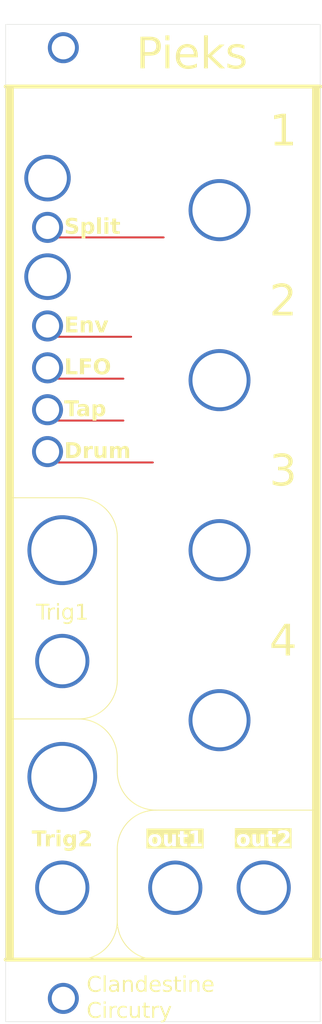
<source format=kicad_pcb>
(kicad_pcb
	(version 20240108)
	(generator "pcbnew")
	(generator_version "8.0")
	(general
		(thickness 1.6)
		(legacy_teardrops no)
	)
	(paper "A4")
	(layers
		(0 "F.Cu" signal)
		(31 "B.Cu" signal)
		(32 "B.Adhes" user "B.Adhesive")
		(33 "F.Adhes" user "F.Adhesive")
		(34 "B.Paste" user)
		(35 "F.Paste" user)
		(36 "B.SilkS" user "B.Silkscreen")
		(37 "F.SilkS" user "F.Silkscreen")
		(38 "B.Mask" user)
		(39 "F.Mask" user)
		(40 "Dwgs.User" user "User.Drawings")
		(41 "Cmts.User" user "User.Comments")
		(42 "Eco1.User" user "User.Eco1")
		(43 "Eco2.User" user "User.Eco2")
		(44 "Edge.Cuts" user)
		(45 "Margin" user)
		(46 "B.CrtYd" user "B.Courtyard")
		(47 "F.CrtYd" user "F.Courtyard")
		(48 "B.Fab" user)
		(49 "F.Fab" user)
		(50 "User.1" user)
		(51 "User.2" user)
		(52 "User.3" user)
		(53 "User.4" user)
		(54 "User.5" user)
		(55 "User.6" user)
		(56 "User.7" user)
		(57 "User.8" user)
		(58 "User.9" user)
	)
	(setup
		(pad_to_mask_clearance 0)
		(allow_soldermask_bridges_in_footprints no)
		(grid_origin 55.6736 160.6636)
		(pcbplotparams
			(layerselection 0x00010a0_7fffffff)
			(plot_on_all_layers_selection 0x0000000_00000000)
			(disableapertmacros no)
			(usegerberextensions no)
			(usegerberattributes yes)
			(usegerberadvancedattributes yes)
			(creategerberjobfile yes)
			(dashed_line_dash_ratio 12.000000)
			(dashed_line_gap_ratio 3.000000)
			(svgprecision 6)
			(plotframeref no)
			(viasonmask no)
			(mode 1)
			(useauxorigin no)
			(hpglpennumber 1)
			(hpglpenspeed 20)
			(hpglpendiameter 15.000000)
			(pdf_front_fp_property_popups yes)
			(pdf_back_fp_property_popups yes)
			(dxfpolygonmode yes)
			(dxfimperialunits yes)
			(dxfusepcbnewfont yes)
			(psnegative no)
			(psa4output no)
			(plotreference yes)
			(plotvalue yes)
			(plotfptext yes)
			(plotinvisibletext no)
			(sketchpadsonfab no)
			(subtractmaskfromsilk no)
			(outputformat 1)
			(mirror no)
			(drillshape 0)
			(scaleselection 1)
			(outputdirectory "Panel/")
		)
	)
	(net 0 "")
	(gr_arc
		(start 70.0911 116.65485)
		(mid 68.626634 120.190384)
		(end 65.0911 121.65485)
		(stroke
			(width 0.12)
			(type default)
		)
		(layer "F.SilkS")
		(uuid "046a3c6a-9475-44a5-8d5d-c1e54854d70a")
	)
	(gr_arc
		(start 65.0911 93.15485)
		(mid 68.626634 94.619316)
		(end 70.0911 98.15485)
		(stroke
			(width 0.12)
			(type default)
		)
		(layer "F.SilkS")
		(uuid "172f9550-1aae-44ad-ab7e-aedf5aabd801")
	)
	(gr_arc
		(start 65.0911 121.65485)
		(mid 68.626634 123.119316)
		(end 70.0911 126.65485)
		(stroke
			(width 0.12)
			(type default)
		)
		(layer "F.SilkS")
		(uuid "17387842-519c-4af8-92d5-e7d66393df0c")
	)
	(gr_arc
		(start 75.0911 152.65485)
		(mid 71.555566 151.190384)
		(end 70.0911 147.65485)
		(stroke
			(width 0.12)
			(type default)
		)
		(layer "F.SilkS")
		(uuid "5aa3f33a-455d-4640-8d1a-5379c6d550fe")
	)
	(gr_line
		(start 65.0911 121.65485)
		(end 56.0911 121.65485)
		(stroke
			(width 0.12)
			(type default)
		)
		(layer "F.SilkS")
		(uuid "63ab86ea-a534-41c5-89ac-d86aa44de12c")
	)
	(gr_line
		(start 70.0911 98.15485)
		(end 70.0911 116.65485)
		(stroke
			(width 0.12)
			(type default)
		)
		(layer "F.SilkS")
		(uuid "6ade6e02-b598-415c-82ec-760e57baf6db")
	)
	(gr_line
		(start 70.0911 126.65485)
		(end 70.0911 128.4036)
		(stroke
			(width 0.12)
			(type default)
		)
		(layer "F.SilkS")
		(uuid "7d26ace6-bd9f-49ad-8b49-e0b762739d62")
	)
	(gr_line
		(start 55.6736 40.1636)
		(end 96.3136 40.1636)
		(stroke
			(width 0.5)
			(type default)
		)
		(layer "F.SilkS")
		(uuid "94ae43e5-399b-46a7-b880-b579d01d67bf")
	)
	(gr_rect
		(start 55.6736 40.1636)
		(end 56.6736 152.6636)
		(stroke
			(width 0.1)
			(type default)
		)
		(fill solid)
		(layer "F.SilkS")
		(uuid "ac6b1bfd-a31a-4176-a28f-6a3da952ec52")
	)
	(gr_line
		(start 65.0911 93.15485)
		(end 56.0911 93.15485)
		(stroke
			(width 0.12)
			(type default)
		)
		(layer "F.SilkS")
		(uuid "b336c2e0-0b18-421f-9fde-fa159c7937c5")
	)
	(gr_arc
		(start 70.0911 147.65485)
		(mid 68.626634 151.190384)
		(end 65.0911 152.65485)
		(stroke
			(width 0.12)
			(type default)
		)
		(layer "F.SilkS")
		(uuid "c59e9083-4880-4347-b295-b167e752bfae")
	)
	(gr_line
		(start 75.0911 133.4036)
		(end 96.0911 133.4036)
		(stroke
			(width 0.12)
			(type default)
		)
		(layer "F.SilkS")
		(uuid "d25ce97f-1eeb-438c-a834-db9981edc032")
	)
	(gr_arc
		(start 75.0911 133.4036)
		(mid 71.555566 131.939134)
		(end 70.0911 128.4036)
		(stroke
			(width 0.12)
			(type default)
		)
		(layer "F.SilkS")
		(uuid "d4aae46f-ad5e-44d1-9bf1-d8482a593a55")
	)
	(gr_rect
		(start 95.3136 40.1636)
		(end 96.3136 152.6636)
		(stroke
			(width 0.1)
			(type default)
		)
		(fill solid)
		(layer "F.SilkS")
		(uuid "d6e93df7-6d71-4a36-9495-b6f14c2803c4")
	)
	(gr_line
		(start 55.6736 152.6636)
		(end 96.3136 152.6636)
		(stroke
			(width 0.5)
			(type default)
		)
		(layer "F.SilkS")
		(uuid "db61d8fc-0264-47f6-8d4e-1b15cbb42191")
	)
	(gr_arc
		(start 70.0911 138.4036)
		(mid 71.555566 134.868066)
		(end 75.0911 133.4036)
		(stroke
			(width 0.12)
			(type default)
		)
		(layer "F.SilkS")
		(uuid "e5de919d-3f8f-4fd8-a6d9-79ff7e3bcec7")
	)
	(gr_line
		(start 70.0911 138.4036)
		(end 70.0911 147.65485)
		(stroke
			(width 0.12)
			(type default)
		)
		(layer "F.SilkS")
		(uuid "f6979d69-9709-4882-bd3b-febd0c74a44f")
	)
	(gr_rect
		(start 55.6736 32.1636)
		(end 96.3136 160.6636)
		(stroke
			(width 0.05)
			(type default)
		)
		(fill none)
		(layer "Edge.Cuts")
		(uuid "acd777ed-1948-4aa9-a63d-12ab28de23dd")
	)
	(gr_line
		(start 83.3061 56.0911)
		(end 83.3061 34.1836)
		(stroke
			(width 0.1)
			(type default)
		)
		(layer "User.6")
		(uuid "0241069a-beec-4215-af0e-81da0cc03bc5")
	)
	(gr_circle
		(center 83.3061 99.9061)
		(end 91.3061 99.9061)
		(stroke
			(width 0.1)
			(type default)
		)
		(fill none)
		(layer "User.6")
		(uuid "050db8b0-ae1e-4480-86ca-a1964860d616")
	)
	(gr_line
		(start 56.6361 149.7536)
		(end 95.3511 43.0736)
		(stroke
			(width 0.1)
			(type default)
		)
		(layer "User.6")
		(uuid "08ec76fb-a731-4351-bc7f-2dbe0fa307bc")
	)
	(gr_circle
		(center 62.9861 114.1936)
		(end 67.9861 114.1936)
		(stroke
			(width 0.1)
			(type default)
		)
		(fill none)
		(layer "User.6")
		(uuid "0c6d23bf-da1e-4e6a-afd2-1c5eb455e36e")
	)
	(gr_line
		(start 95.3511 149.7536)
		(end 56.6361 43.0736)
		(stroke
			(width 0.1)
			(type default)
		)
		(layer "User.6")
		(uuid "136cd000-81c3-4427-a42e-fa66d13e9b7a")
	)
	(gr_line
		(start 96.3136 32.1636)
		(end 55.6736 160.6636)
		(stroke
			(width 0.1)
			(type default)
		)
		(layer "User.6")
		(uuid "1f7de8c9-9bcd-4bdd-bc04-b783d6ba11e0")
	)
	(gr_line
		(start 93.3061 111.8136)
		(end 83.3061 121.8136)
		(stroke
			(width 0.1)
			(type default)
		)
		(layer "User.6")
		(uuid "2509412b-4394-4255-b728-542a60ea00c8")
	)
	(gr_circle
		(center 83.3061 56.0911)
		(end 91.3061 56.0911)
		(stroke
			(width 0.1)
			(type default)
		)
		(fill none)
		(layer "User.6")
		(uuid "25663029-521e-40c3-a805-5ff849560f28")
	)
	(gr_circle
		(center 63.1236 157.7136)
		(end 66.1236 157.7136)
		(stroke
			(width 0.1)
			(type default)
		)
		(fill none)
		(layer "User.6")
		(uuid "2c22545c-f0af-41a5-939e-8baec0f694b4")
	)
	(gr_line
		(start 63.1236 152.65485)
		(end 96.3411 160.65485)
		(stroke
			(width 0.1)
			(type default)
		)
		(layer "User.6")
		(uuid "2ff30859-79c6-4db1-bc99-8352395b6405")
	)
	(gr_line
		(start 96.3136 32.1636)
		(end 63.1736 40.1636)
		(stroke
			(width 0.1)
			(type default)
		)
		(layer "User.6")
		(uuid "38cd3994-7b08-4f55-afeb-d862f5fd8117")
	)
	(gr_line
		(start 96.3411 152.65485)
		(end 63.1236 160.6636)
		(stroke
			(width 0.1)
			(type default)
		)
		(layer "User.6")
		(uuid "499a9896-bada-4383-b4be-9779df81b739")
	)
	(gr_line
		(start 55.6736 32.1636)
		(end 96.3136 160.6636)
		(stroke
			(width 0.1)
			(type default)
		)
		(layer "User.6")
		(uuid "50839748-0c60-4125-87b4-f333322e0fed")
	)
	(gr_circle
		(center 61.08116 58.3136)
		(end 59.33116 59.5636)
		(stroke
			(width 0.1)
			(type default)
		)
		(fill none)
		(layer "User.6")
		(uuid "59cd140a-553b-4c8d-90f8-ecf9b09e973d")
	)
	(gr_line
		(start 83.3061 121.8136)
		(end 71.8061 128.3136)
		(stroke
			(width 0.1)
			(type default)
		)
		(layer "User.6")
		(uuid "74737914-a6a3-492f-b080-baa4e0874286")
	)
	(gr_circle
		(center 61.0811 51.9636)
		(end 59.3311 53.2136)
		(stroke
			(width 0.1)
			(type default)
		)
		(fill none)
		(layer "User.6")
		(uuid "77c194bf-4eb2-4e85-8e89-f889aca56a1a")
	)
	(gr_line
		(start 93.3061 46.0911)
		(end 83.3061 56.0911)
		(stroke
			(width 0.1)
			(type default)
		)
		(layer "User.6")
		(uuid "79201f8b-a03e-4850-aef4-492edf5329b4")
	)
	(gr_circle
		(center 62.9861 99.9061)
		(end 61.2361 101.1561)
		(stroke
			(width 0.1)
			(type default)
		)
		(fill none)
		(layer "User.6")
		(uuid "7b265680-8303-4827-bd67-a19c94daec92")
	)
	(gr_line
		(start 93.3061 67.9986)
		(end 83.3061 77.9986)
		(stroke
			(width 0.1)
			(type default)
		)
		(layer "User.6")
		(uuid "805b3ab2-a297-4a14-97d4-637fce78f439")
	)
	(gr_circle
		(center 83.3061 77.9986)
		(end 91.3061 77.9986)
		(stroke
			(width 0.1)
			(type default)
		)
		(fill none)
		(layer "User.6")
		(uuid "853d86e0-ef6a-4865-a110-c4f8a6e6d047")
	)
	(gr_line
		(start 83.3061 121.8136)
		(end 83.3061 99.9061)
		(stroke
			(width 0.1)
			(type default)
		)
		(layer "User.6")
		(uuid "910e3063-0c0b-49ac-8c41-b4df1c1f809a")
	)
	(gr_circle
		(center 62.9861 143.4036)
		(end 67.9861 143.4036)
		(stroke
			(width 0.1)
			(type default)
		)
		(fill none)
		(layer "User.6")
		(uuid "93a3c48d-5881-49ff-9c76-1304a58a911e")
	)
	(gr_circle
		(center 61.081098 81.808598)
		(end 59.331098 83.058598)
		(stroke
			(width 0.1)
			(type default)
		)
		(fill none)
		(layer "User.6")
		(uuid "a25fb66b-52fd-4b82-b56e-22d88950aa5e")
	)
	(gr_circle
		(center 77.5911 143.4036)
		(end 82.5911 143.4036)
		(stroke
			(width 0.1)
			(type default)
		)
		(fill none)
		(layer "User.6")
		(uuid "ad2cc03d-5038-4376-9bec-08496a90ce4d")
	)
	(gr_line
		(start 62.9861 129.1161)
		(end 62.9861 114.1936)
		(stroke
			(width 0.1)
			(type default)
		)
		(layer "User.6")
		(uuid "b91c1f02-4035-48e6-8b12-2f3f015568d4")
	)
	(gr_line
		(start 83.3061 121.8136)
		(end 94.8061 128.3136)
		(stroke
			(width 0.1)
			(type default)
		)
		(layer "User.6")
		(uuid "b9614aec-4544-4e0c-b0d5-63de16fa652a")
	)
	(gr_circle
		(center 61.081098 76.411098)
		(end 59.331098 77.661098)
		(stroke
			(width 0.1)
			(type default)
		)
		(fill none)
		(layer "User.6")
		(uuid "bc8d1020-3f4f-41ba-ac09-5d5dddc352b1")
	)
	(gr_line
		(start 83.3061 67.9986)
		(end 93.3061 77.9986)
		(stroke
			(width 0.1)
			(type default)
		)
		(layer "User.6")
		(uuid "cab86f6d-c098-40b4-af47-f8ad2d25c63e")
	)
	(gr_line
		(start 93.3061 89.9061)
		(end 83.3061 99.9061)
		(stroke
			(width 0.1)
			(type default)
		)
		(layer "User.6")
		(uuid "d114fe1f-9657-4756-8547-6053ee6a95e0")
	)
	(gr_circle
		(center 61.0811 64.6636)
		(end 59.3311 65.9136)
		(stroke
			(width 0.1)
			(type default)
		)
		(fill none)
		(layer "User.6")
		(uuid "d2942ea0-1809-44a2-a0ba-27afba3cb667")
	)
	(gr_line
		(start 83.3061 99.9061)
		(end 83.3061 77.9986)
		(stroke
			(width 0.1)
			(type default)
		)
		(layer "User.6")
		(uuid "d4ae872e-73f0-4b78-b4c9-7d3c17737bb7")
	)
	(gr_circle
		(center 61.08116 71.0136)
		(end 59.33116 72.2636)
		(stroke
			(width 0.1)
			(type default)
		)
		(fill none)
		(layer "User.6")
		(uuid "d8b0a480-97d4-4b38-970d-fd8fe6aeec20")
	)
	(gr_line
		(start 83.3061 77.9986)
		(end 83.3061 56.0911)
		(stroke
			(width 0.1)
			(type default)
		)
		(layer "User.6")
		(uuid "d9c3e57a-1c02-438e-ac90-b506c4b3ad5c")
	)
	(gr_circle
		(center 62.9861 129.1161)
		(end 67.4861 129.1161)
		(stroke
			(width 0.1)
			(type default)
		)
		(fill none)
		(layer "User.6")
		(uuid "dc93b357-b009-43d7-b000-b8e59bfcee9b")
	)
	(gr_circle
		(center 61.081098 87.206098)
		(end 59.331098 88.456098)
		(stroke
			(width 0.1)
			(type default)
		)
		(fill none)
		(layer "User.6")
		(uuid "df0b28e9-d219-4094-9e7e-f5813b2ffce2")
	)
	(gr_line
		(start 63.1736 32.1636)
		(end 96.3136 40.1636)
		(stroke
			(width 0.1)
			(type default)
		)
		(layer "User.6")
		(uuid "e1a21e54-efc2-4f5a-a98a-ec7fd27b6048")
	)
	(gr_circle
		(center 89.0111 143.3936)
		(end 94.0111 143.3936)
		(stroke
			(width 0.1)
			(type default)
		)
		(fill none)
		(layer "User.6")
		(uuid "e630525c-49d2-4f15-89f1-a508b89d6417")
	)
	(gr_circle
		(center 83.3061 121.8136)
		(end 91.3061 121.8136)
		(stroke
			(width 0.1)
			(type default)
		)
		(fill none)
		(layer "User.6")
		(uuid "f98c98ea-9b1e-4ff4-b955-527955d1fb73")
	)
	(gr_text "3"
		(at 93.3061 89.9061 0)
		(layer "F.SilkS")
		(uuid "06dcd3e1-0264-429c-a5f8-2a9c434f8b78")
		(effects
			(font
				(face "Dune Rise")
				(size 4 4)
				(thickness 0.15)
			)
			(justify right)
		)
		(render_cache "3" 0
			(polygon
				(pts
					(xy 92.198215 89.315157) (xy 92.363854 89.440371) (xy 92.504789 89.591675) (xy 92.611474 89.751864)
					(xy 92.699913 89.944916) (xy 92.751642 90.149281) (xy 92.766812 90.344885) (xy 92.749702 90.559185)
					(xy 92.698371 90.759274) (xy 92.612819 90.94515) (xy 92.493046 91.116815) (xy 92.409241 91.208528)
					(xy 92.245697 91.347855) (xy 92.067942 91.452962) (xy 91.875975 91.523847) (xy 91.669795 91.560512)
					(xy 91.545598 91.5661) (xy 89.390399 91.5661) (xy 89.390399 91.188989) (xy 91.545598 91.188989)
					(xy 91.753662 91.16485) (xy 91.941882 91.092436) (xy 92.110257 90.971746) (xy 92.14155 90.941815)
					(xy 92.272411 90.776894) (xy 92.354805 90.592319) (xy 92.388732 90.38809) (xy 92.389701 90.344885)
					(xy 92.365468 90.137107) (xy 92.292767 89.949746) (xy 92.1716 89.782802) (xy 92.14155 89.751864)
					(xy 91.977144 89.622548) (xy 91.792894 89.541128) (xy 91.588798 89.507602) (xy 91.545598 89.506644)
					(xy 90.887119 89.506644) (xy 90.887119 89.123671) (xy 91.545598 89.123671) (xy 91.753662 89.099819)
					(xy 91.941882 89.028264) (xy 92.110257 88.909004) (xy 92.14155 88.879428) (xy 92.272411 88.716053)
					(xy 92.354805 88.532451) (xy 92.388732 88.328622) (xy 92.389701 88.28543) (xy 92.365468 88.077365)
					(xy 92.292767 87.889146) (xy 92.1716 87.720771) (xy 92.14155 87.689477) (xy 91.977144 87.558616)
					(xy 91.792894 87.476222) (xy 91.588798 87.442296) (xy 91.545598 87.441326) (xy 89.390399 87.441326)
					(xy 89.390399 87.064215) (xy 91.545598 87.064215) (xy 91.759898 87.081326) (xy 91.959986 87.132657)
					(xy 92.145863 87.218209) (xy 92.317527 87.337981) (xy 92.409241 87.421787) (xy 92.548568 87.58533)
					(xy 92.653674 87.763086) (xy 92.72456 87.955053) (xy 92.761225 88.161232) (xy 92.766812 88.28543)
					(xy 92.751929 88.481129) (xy 92.701176 88.68582) (xy 92.614405 88.879428) (xy 92.496905 89.053894)
					(xy 92.352622 89.2025)
				)
			)
		)
	)
	(gr_text "Tap"
		(at 63.231679 81.808598 0)
		(layer "F.SilkS")
		(uuid "0a1f074b-fa22-4fb6-b33d-28fce67dd5fe")
		(effects
			(font
				(face "Dune Rise")
				(size 2 2)
				(thickness 0.5)
				(bold yes)
			)
			(justify left)
		)
		(render_cache "Tap" 0
			(polygon
				(pts
					(xy 63.513046 80.576211) (xy 63.513046 80.387655) (xy 65.763988 80.387655) (xy 65.763988 80.576211)
					(xy 64.73426 80.576211) (xy 64.73426 82.638598) (xy 64.542774 82.638598) (xy 64.542774 80.576211)
				)
			)
			(polygon
				(pts
					(xy 65.500206 82.638598) (xy 66.766361 80.387655) (xy 68.029585 82.638598) (xy 67.79902 82.638598)
					(xy 66.766361 80.795541) (xy 65.730771 82.638598)
				)
			)
			(polygon
				(pts
					(xy 70.323197 80.396211) (xy 70.423241 80.421876) (xy 70.516179 80.464652) (xy 70.602012 80.524538)
					(xy 70.647868 80.566441) (xy 70.717532 80.648213) (xy 70.770085 80.737091) (xy 70.805528 80.833074)
					(xy 70.823861 80.936164) (xy 70.826654 80.998263) (xy 70.818099 81.105413) (xy 70.792433 81.205457)
					(xy 70.749657 81.298395) (xy 70.689771 81.384227) (xy 70.647868 81.430084) (xy 70.566097 81.499747)
					(xy 70.477219 81.552301) (xy 70.381235 81.587744) (xy 70.278146 81.606076) (xy 70.216047 81.60887)
					(xy 68.764267 81.60887) (xy 68.764267 82.638598) (xy 68.575712 82.638598) (xy 68.575712 81.417383)
					(xy 68.764267 81.417383) (xy 70.216047 81.417383) (xy 70.31195 81.396584) (xy 70.380667 81.364138)
					(xy 70.462452 81.307772) (xy 70.532535 81.238687) (xy 70.557987 81.207823) (xy 70.609856 81.123749)
					(xy 70.636847 81.024938) (xy 70.638099 80.998263) (xy 70.625982 80.89423) (xy 70.589632 80.800121)
					(xy 70.529048 80.715933) (xy 70.514023 80.700286) (xy 70.43182 80.634856) (xy 70.339695 80.593659)
					(xy 70.237647 80.576696) (xy 70.216047 80.576211) (xy 68.764267 80.576211) (xy 68.764267 81.417383)
					(xy 68.575712 81.417383) (xy 68.575712 80.387655) (xy 70.216047 80.387655)
				)
			)
		)
	)
	(gr_text "Env"
		(at 63.231741 71.0136 0)
		(layer "F.SilkS")
		(uuid "20aed954-ea7e-498c-819c-4bb0f0d8a148")
		(effects
			(font
				(face "Dune Rise")
				(size 2 2)
				(thickness 0.5)
				(bold yes)
			)
			(justify left)
		)
		(render_cache "Env" 0
			(polygon
				(pts
					(xy 64.638579 69.592657) (xy 65.76405 69.592657) (xy 65.76405 69.781213) (xy 64.638579 69.781213)
					(xy 64.529606 69.78722) (xy 64.424092 69.805242) (xy 64.322038 69.835279) (xy 64.223443 69.87733)
					(xy 64.168656 69.906754) (xy 64.078329 69.965859) (xy 63.996698 70.033752) (xy 63.923762 70.110435)
					(xy 63.859521 70.195907) (xy 63.826716 70.248694) (xy 63.77799 70.345121) (xy 63.741231 70.445055)
					(xy 63.71644 70.548496) (xy 63.703618 70.655442) (xy 63.701664 70.718128) (xy 63.707648 70.827102)
					(xy 63.7256 70.932616) (xy 63.755519 71.03467) (xy 63.797407 71.133265) (xy 63.826716 71.188052)
					(xy 63.885988 71.278379) (xy 63.953955 71.36001) (xy 64.030618 71.432946) (xy 64.115976 71.497187)
					(xy 64.168656 71.529992) (xy 64.265274 71.578718) (xy 64.365352 71.615477) (xy 64.468889 71.640267)
					(xy 64.575885 71.65309) (xy 64.638579 71.655044) (xy 65.76405 71.655044) (xy 65.76405 71.8436)
					(xy 64.638579 71.8436) (xy 64.523984 71.838455) (xy 64.413693 71.823022) (xy 64.307707 71.7973)
					(xy 64.206025 71.76129) (xy 64.108649 71.71499) (xy 64.015577 71.658402) (xy 63.92681 71.591526)
					(xy 63.842348 71.51436) (xy 63.765182 71.429898) (xy 63.698305 71.341131) (xy 63.641717 71.248059)
					(xy 63.595418 71.150683) (xy 63.559408 71.049001) (xy 63.533686 70.943015) (xy 63.518253 70.832724)
					(xy 63.513108 70.718128) (xy 63.518253 70.603533) (xy 63.533686 70.493242) (xy 63.559408 70.387256)
					(xy 63.595418 70.285574) (xy 63.641717 70.188198) (xy 63.698305 70.095126) (xy 63.765182 70.006359)
					(xy 63.842348 69.921897) (xy 63.92681 69.844731) (xy 64.015577 69.777855) (xy 64.108649 69.721267)
					(xy 64.206025 69.674967) (xy 64.307707 69.638957) (xy 64.413693 69.613235) (xy 64.523984 69.597802)
				)
			)
			(polygon
				(pts
					(xy 64.814434 70.818268) (xy 64.773762 70.729052) (xy 64.773401 70.718128) (xy 64.807101 70.626243)
					(xy 64.814434 70.618477) (xy 64.906827 70.577605) (xy 64.914085 70.577445) (xy 65.005971 70.611144)
					(xy 65.013736 70.618477) (xy 65.054609 70.710813) (xy 65.054769 70.718128) (xy 65.021069 70.810416)
					(xy 65.013736 70.818268) (xy 64.921401 70.858654) (xy 64.914085 70.858812) (xy 64.819632 70.823178)
				)
			)
			(polygon
				(pts
					(xy 66.642348 69.921897) (xy 66.72681 69.844731) (xy 66.815577 69.777855) (xy 66.908649 69.721267)
					(xy 67.006025 69.674967) (xy 67.107707 69.638957) (xy 67.213693 69.613235) (xy 67.323984 69.597802)
					(xy 67.438579 69.592657) (xy 67.553175 69.597802) (xy 67.663466 69.613235) (xy 67.769452 69.638957)
					(xy 67.871133 69.674967) (xy 67.96851 69.721267) (xy 68.061582 69.777855) (xy 68.150349 69.844731)
					(xy 68.234811 69.921897) (xy 68.311976 70.006359) (xy 68.378853 70.095126) (xy 68.435441 70.188198)
					(xy 68.481741 70.285574) (xy 68.517751 70.387256) (xy 68.543473 70.493242) (xy 68.558906 70.603533)
					(xy 68.56405 70.718128) (xy 68.56405 71.8436) (xy 68.375495 71.8436) (xy 68.375495 70.718128) (xy 68.369488 70.609179)
					(xy 68.351466 70.503735) (xy 68.321429 70.401797) (xy 68.279378 70.303366) (xy 68.249954 70.248694)
					(xy 68.190849 70.1582) (xy 68.122955 70.076495) (xy 68.046273 70.003579) (xy 67.960801 69.939452)
					(xy 67.908014 69.906754) (xy 67.811586 69.857837) (xy 67.711652 69.820935) (xy 67.608212 69.796047)
					(xy 67.501266 69.783174) (xy 67.438579 69.781213) (xy 67.329606 69.78722) (xy 67.224092 69.805242)
					(xy 67.122038 69.835279) (xy 67.023443 69.87733) (xy 66.968656 69.906754) (xy 66.878329 69.965859)
					(xy 66.796698 70.033752) (xy 66.723762 70.110435) (xy 66.659521 70.195907) (xy 66.626716 70.248694)
					(xy 66.57799 70.345121) (xy 66.541231 70.445055) (xy 66.51644 70.548496) (xy 66.503618 70.655442)
					(xy 66.501664 70.718128) (xy 66.501664 71.8436) (xy 66.313108 71.8436) (xy 66.313108 70.718128)
					(xy 66.318253 70.603533) (xy 66.333686 70.493242) (xy 66.359408 70.387256) (xy 66.395418 70.285574)
					(xy 66.441717 70.188198) (xy 66.498305 70.095126) (xy 66.565182 70.006359)
				)
			)
			(polygon
				(pts
					(xy 70.379263 71.435714) (xy 71.411922 69.592657) (xy 71.642487 69.592657) (xy 70.379263 71.8436)
					(xy 69.113108 69.592657) (xy 69.343674 69.592657)
				)
			)
		)
	)
	(gr_text "Clandestine\nCircutry"
		(at 66.1236 157.6636 0)
		(layer "F.SilkS")
		(uuid "231ebcb4-70e5-4f09-8182-f587b65185c3")
		(effects
			(font
				(face "Dune Rise")
				(size 2 2)
				(thickness 0.15)
			)
			(justify left)
		)
		(render_cache "Clandestine\nCircutry" 0
			(polygon
				(pts
					(xy 66.734207 156.48436) (xy 66.657041 156.399898) (xy 66.590164 156.311131) (xy 66.533576 156.218059)
					(xy 66.487277 156.120683) (xy 66.451267 156.019001) (xy 66.425545 155.913015) (xy 66.410112 155.802724)
					(xy 66.404967 155.688128) (xy 66.410112 155.573533) (xy 66.425545 155.463242) (xy 66.451267 155.357256)
					(xy 66.487277 155.255574) (xy 66.533576 155.158198) (xy 66.590164 155.065126) (xy 66.657041 154.976359)
					(xy 66.734207 154.891897) (xy 66.818669 154.814731) (xy 66.907436 154.747855) (xy 67.000508 154.691267)
					(xy 67.097884 154.644967) (xy 67.199566 154.608957) (xy 67.305552 154.583235) (xy 67.415843 154.567802)
					(xy 67.530438 154.562657) (xy 68.655909 154.562657) (xy 68.655909 154.751213) (xy 67.530438 154.751213)
					(xy 67.421465 154.75722) (xy 67.315951 154.775242) (xy 67.213897 154.805279) (xy 67.115302 154.84733)
					(xy 67.060515 154.876754) (xy 66.970188 154.935859) (xy 66.888557 155.003752) (xy 66.815621 155.080435)
					(xy 66.75138 155.165907) (xy 66.718575 155.218694) (xy 66.669849 155.315121) (xy 66.63309 155.415055)
					(xy 66.608299 155.518496) (xy 66.595477 155.625442) (xy 66.593523 155.688128) (xy 66.599507 155.797102)
					(xy 66.617459 155.902616) (xy 66.647378 156.00467) (xy 66.689266 156.103265) (xy 66.718575 156.158052)
					(xy 66.777847 156.248379) (xy 66.845814 156.33001) (xy 66.922477 156.402946) (xy 67.007835 156.467187)
					(xy 67.060515 156.499992) (xy 67.157133 156.548718) (xy 67.257211 156.585477) (xy 67.360748 156.610267)
					(xy 67.467744 156.62309) (xy 67.530438 156.625044) (xy 68.655909 156.625044) (xy 68.655909 156.8136)
					(xy 67.530438 156.8136) (xy 67.415843 156.808455) (xy 67.305552 156.793022) (xy 67.199566 156.7673)
					(xy 67.097884 156.73129) (xy 67.000508 156.68499) (xy 66.907436 156.628402) (xy 66.818669 156.561526)
				)
			)
			(polygon
				(pts
					(xy 70.845302 156.625044) (xy 71.286893 156.625044) (xy 71.455909 156.625044) (xy 71.455909 156.8136)
					(xy 70.845302 156.8136) (xy 69.204967 156.8136) (xy 69.204967 156.667054) (xy 69.204967 156.625044)
					(xy 69.204967 154.562657) (xy 69.393523 154.562657) (xy 69.393523 156.625044)
				)
			)
			(polygon
				(pts
					(xy 72.004967 156.8136) (xy 73.271122 154.562657) (xy 74.534346 156.8136) (xy 74.303781 156.8136)
					(xy 73.271122 154.970543) (xy 72.235533 156.8136)
				)
			)
			(polygon
				(pts
					(xy 75.409713 154.891897) (xy 75.494175 154.814731) (xy 75.582942 154.747855) (xy 75.676014 154.691267)
					(xy 75.77339 154.644967) (xy 75.875071 154.608957) (xy 75.981058 154.583235) (xy 76.091349 154.567802)
					(xy 76.205944 154.562657) (xy 76.32054 154.567802) (xy 76.430831 154.583235) (xy 76.536817 154.608957)
					(xy 76.638498 154.644967) (xy 76.735875 154.691267) (xy 76.828947 154.747855) (xy 76.917714 154.814731)
					(xy 77.002176 154.891897) (xy 77.079341 154.976359) (xy 77.146218 155.065126) (xy 77.202806 155.158198)
					(xy 77.249105 155.255574) (xy 77.285116 155.357256) (xy 77.310838 155.463242) (xy 77.326271 155.573533)
					(xy 77.331415 155.688128) (xy 77.331415 156.8136) (xy 77.14286 156.8136) (xy 77.14286 155.688128)
					(xy 77.136852 155.579179) (xy 77.11883 155.473735) (xy 77.088794 155.371797) (xy 77.046743 155.273366)
					(xy 77.017319 155.218694) (xy 76.958214 155.1282) (xy 76.89032 155.046495) (xy 76.813638 154.973579)
					(xy 76.728166 154.909452) (xy 76.675379 154.876754) (xy 76.578951 154.827837) (xy 76.479017 154.790935)
					(xy 76.375577 154.766047) (xy 76.268631 154.753174) (xy 76.205944 154.751213) (xy 76.096971 154.75722)
					(xy 75.991457 154.775242) (xy 75.889403 154.805279) (xy 75.790808 154.84733) (xy 75.736021 154.876754)
					(xy 75.645694 154.935859) (xy 75.564063 155.003752) (xy 75.491127 155.080435) (xy 75.426886 155.165907)
					(xy 75.394081 155.218694) (xy 75.345355 155.315121) (xy 75.308596 155.415055) (xy 75.283805 155.518496)
					(xy 75.270983 155.625442) (xy 75.269029 155.688128) (xy 75.269029 156.8136) (xy 75.080473 156.8136)
					(xy 75.080473 155.688128) (xy 75.085618 155.573533) (xy 75.101051 155.463242) (xy 75.126772 155.357256)
					(xy 75.162783 155.255574) (xy 75.209082 155.158198) (xy 75.26567 155.065126) (xy 75.332547 154.976359)
				)
			)
			(polygon
				(pts
					(xy 79.005944 154.562657) (xy 79.12054 154.567802) (xy 79.230831 154.583235) (xy 79.336817 154.608957)
					(xy 79.438498 154.644967) (xy 79.535875 154.691267) (xy 79.628947 154.747855) (xy 79.717714 154.814731)
					(xy 79.802176 154.891897) (xy 79.879341 154.976359) (xy 79.946218 155.065126) (xy 80.002806 155.158198)
					(xy 80.049105 155.255574) (xy 80.085116 155.357256) (xy 80.110838 155.463242) (xy 80.126271 155.573533)
					(xy 80.131415 155.688128) (xy 80.126271 155.802724) (xy 80.110838 155.913015) (xy 80.085116 156.019001)
					(xy 80.049105 156.120683) (xy 80.002806 156.218059) (xy 79.946218 156.311131) (xy 79.879341 156.399898)
					(xy 79.802176 156.48436) (xy 79.717714 156.561526) (xy 79.628947 156.628402) (xy 79.535875 156.68499)
					(xy 79.438498 156.73129) (xy 79.336817 156.7673) (xy 79.230831 156.793022) (xy 79.12054 156.808455)
					(xy 79.005944 156.8136) (xy 77.880473 156.8136) (xy 77.880473 155.592385) (xy 78.069029 155.592385)
					(xy 78.069029 156.625044) (xy 79.005944 156.625044) (xy 79.114894 156.61906) (xy 79.220338 156.601108)
					(xy 79.322275 156.571188) (xy 79.420707 156.529301) (xy 79.475379 156.499992) (xy 79.565873 156.44072)
					(xy 79.647578 156.372753) (xy 79.720494 156.29609) (xy 79.784621 156.210732) (xy 79.817319 156.158052)
					(xy 79.866236 156.061434) (xy 79.903138 155.961356) (xy 79.928025 155.857819) (xy 79.940898 155.750823)
					(xy 79.94286 155.688128) (xy 79.936852 155.579179) (xy 79.91883 155.473735) (xy 79.888794 155.371797)
					(xy 79.846743 155.273366) (xy 79.817319 155.218694) (xy 79.758214 155.1282) (xy 79.69032 155.046495)
					(xy 79.613638 154.973579) (xy 79.528166 154.909452) (xy 79.475379 154.876754) (xy 79.378951 154.827837)
					(xy 79.279017 154.790935) (xy 79.175577 154.766047) (xy 79.068631 154.753174) (xy 79.005944 154.751213)
					(xy 77.880473 154.751213) (xy 77.880473 154.562657)
				)
			)
			(polygon
				(pts
					(xy 81.009713 156.48436) (xy 80.932547 156.399898) (xy 80.86567 156.311131) (xy 80.809082 156.218059)
					(xy 80.762783 156.120683) (xy 80.726772 156.019001) (xy 80.701051 155.913015) (xy 80.685618 155.802724)
					(xy 80.680473 155.688128) (xy 80.685618 155.573533) (xy 80.701051 155.463242) (xy 80.726772 155.357256)
					(xy 80.762783 155.255574) (xy 80.809082 155.158198) (xy 80.86567 155.065126) (xy 80.932547 154.976359)
					(xy 81.009713 154.891897) (xy 81.094175 154.814731) (xy 81.182942 154.747855) (xy 81.276014 154.691267)
					(xy 81.37339 154.644967) (xy 81.475071 154.608957) (xy 81.581058 154.583235) (xy 81.691349 154.567802)
					(xy 81.805944 154.562657) (xy 82.931415 154.562657) (xy 82.931415 154.751213) (xy 81.805944 154.751213)
					(xy 81.694885 154.757152) (xy 81.588549 154.774969) (xy 81.486935 154.804665) (xy 81.390044 154.846239)
					(xy 81.297876 154.899691) (xy 81.210431 154.965021) (xy 81.176775 154.994479) (xy 81.099325 155.073218)
					(xy 81.033063 155.157396) (xy 80.977986 155.247013) (xy 80.934096 155.342067) (xy 80.901393 155.442559)
					(xy 80.879876 155.54849) (xy 80.874402 155.592385) (xy 82.931415 155.592385) (xy 82.931415 155.783872)
					(xy 80.874402 155.783872) (xy 80.891444 155.891978) (xy 80.919673 155.994646) (xy 80.959088 156.091875)
					(xy 81.00969 156.183667) (xy 81.071478 156.27002) (xy 81.144453 156.350935) (xy 81.176775 156.381778)
					(xy 81.262331 156.45186) (xy 81.35261 156.510063) (xy 81.447612 156.556388) (xy 81.547337 156.590835)
					(xy 81.651784 156.613403) (xy 81.760954 156.624094) (xy 81.805944 156.625044) (xy 82.931415 156.625044)
					(xy 82.931415 156.8136) (xy 81.805944 156.8136) (xy 81.691349 156.808455) (xy 81.581058 156.793022)
					(xy 81.475071 156.7673) (xy 81.37339 156.73129) (xy 81.276014 156.68499) (xy 81.182942 156.628402)
					(xy 81.094175 156.561526)
				)
			)
			(polygon
				(pts
					(xy 84.09108 154.562657) (xy 85.731415 154.562657) (xy 85.731415 154.751213) (xy 84.09108 154.751213)
					(xy 83.987 154.76333) (xy 83.892747 154.79968) (xy 83.808322 154.860264) (xy 83.792616 154.875288)
					(xy 83.727443 154.957491) (xy 83.686408 155.049617) (xy 83.669511 155.151664) (xy 83.669029 155.173265)
					(xy 83.681098 155.277201) (xy 83.717305 155.371025) (xy 83.77765 155.454735) (xy 83.792616 155.470264)
					(xy 83.875076 155.534664) (xy 83.967364 155.575212) (xy 84.069478 155.591908) (xy 84.09108 155.592385)
					(xy 85.120808 155.592385) (xy 85.227958 155.60094) (xy 85.328002 155.626606) (xy 85.420941 155.669382)
					(xy 85.506773 155.729268) (xy 85.55263 155.771171) (xy 85.622293 155.852943) (xy 85.674846 155.94182)
					(xy 85.710289 156.037804) (xy 85.728622 156.140894) (xy 85.731415 156.202992) (xy 85.72286 156.310142)
					(xy 85.697195 156.410187) (xy 85.654419 156.503125) (xy 85.594532 156.588957) (xy 85.55263 156.634814)
					(xy 85.470858 156.704477) (xy 85.38198 156.757031) (xy 85.285996 156.792473) (xy 85.182907 156.810806)
					(xy 85.120808 156.8136) (xy 83.480473 156.8136) (xy 83.480473 156.625044) (xy 85.120808 156.625044)
					(xy 85.22484 156.612975) (xy 85.31895 156.576768) (xy 85.403138 156.516423) (xy 85.418784 156.501457)
					(xy 85.484215 156.418997) (xy 85.525412 156.326709) (xy 85.542375 156.224595) (xy 85.54286 156.202992)
					(xy 85.530743 156.099103) (xy 85.494393 156.005423) (xy 85.433809 155.921951) (xy 85.418784 155.906482)
					(xy 85.336581 155.841824) (xy 85.244456 155.801114) (xy 85.142408 155.784351) (xy 85.120808 155.783872)
					(xy 84.09108 155.783872) (xy 83.98393 155.775316) (xy 83.883886 155.749651) (xy 83.790948 155.706875)
					(xy 83.705116 155.646989) (xy 83.659259 155.605086) (xy 83.589595 155.523314) (xy 83.537042 155.434436)
					(xy 83.501599 155.338453) (xy 83.483267 155.235363) (xy 83.480473 155.173265) (xy 83.489028 155.066114)
					(xy 83.514694 154.96607) (xy 83.55747 154.873132) (xy 83.617356 154.7873) (xy 83.659259 154.741443)
					(xy 83.741031 154.67178) (xy 83.829908 154.619226) (xy 83.925892 154.583783) (xy 84.028982 154.565451)
				)
			)
			(polygon
				(pts
					(xy 86.280473 154.751213) (xy 86.280473 154.562657) (xy 88.531415 154.562657) (xy 88.531415 154.751213)
					(xy 87.501687 154.751213) (xy 87.501687 156.8136) (xy 87.310201 156.8136) (xy 87.310201 154.751213)
				)
			)
			(polygon
				(pts
					(xy 89.64614 154.751213) (xy 89.457584 154.751213) (xy 89.457584 156.625044) (xy 89.64614 156.625044)
					(xy 89.64614 156.8136) (xy 89.080473 156.8136) (xy 89.080473 156.625044) (xy 89.269029 156.625044)
					(xy 89.269029 154.751213) (xy 89.080473 154.751213) (xy 89.080473 154.562657) (xy 89.64614 154.562657)
				)
			)
			(polygon
				(pts
					(xy 90.531276 154.891897) (xy 90.615738 154.814731) (xy 90.704505 154.747855) (xy 90.797577 154.691267)
					(xy 90.894953 154.644967) (xy 90.996635 154.608957) (xy 91.102621 154.583235) (xy 91.212912 154.567802)
					(xy 91.327507 154.562657) (xy 91.442103 154.567802) (xy 91.552394 154.583235) (xy 91.65838 154.608957)
					(xy 91.760061 154.644967) (xy 91.857438 154.691267) (xy 91.95051 154.747855) (xy 92.039277 154.814731)
					(xy 92.123739 154.891897) (xy 92.200905 154.976359) (xy 92.267781 155.065126) (xy 92.324369 155.158198)
					(xy 92.370669 155.255574) (xy 92.406679 155.357256) (xy 92.432401 155.463242) (xy 92.447834 155.573533)
					(xy 92.452978 155.688128) (xy 92.452978 156.8136) (xy 92.264423 156.8136) (xy 92.264423 155.688128)
					(xy 92.258416 155.579179) (xy 92.240394 155.473735) (xy 92.210357 155.371797) (xy 92.168306 155.273366)
					(xy 92.138882 155.218694) (xy 92.079777 155.1282) (xy 92.011883 155.046495) (xy 91.935201 154.973579)
					(xy 91.849729 154.909452) (xy 91.796942 154.876754) (xy 91.700514 154.827837) (xy 91.60058 154.790935)
					(xy 91.49714 154.766047) (xy 91.390194 154.753174) (xy 91.327507 154.751213) (xy 91.218534 154.75722)
					(xy 91.11302 154.775242) (xy 91.010966 154.805279) (xy 90.912371 154.84733) (xy 90.857584 154.876754)
					(xy 90.767257 154.935859) (xy 90.685626 155.003752) (xy 90.61269 155.080435) (xy 90.548449 155.165907)
					(xy 90.515644 155.218694) (xy 90.466918 155.315121) (xy 90.430159 155.415055) (xy 90.405369 155.518496)
					(xy 90.392546 155.625442) (xy 90.390592 155.688128) (xy 90.390592 156.8136) (xy 90.202036 156.8136)
					(xy 90.202036 155.688128) (xy 90.207181 155.573533) (xy 90.222614 155.463242) (xy 90.248336 155.357256)
					(xy 90.284346 155.255574) (xy 90.330645 155.158198) (xy 90.387233 155.065126) (xy 90.45411 154.976359)
				)
			)
			(polygon
				(pts
					(xy 93.331276 156.48436) (xy 93.25411 156.399898) (xy 93.187233 156.311131) (xy 93.130645 156.218059)
					(xy 93.084346 156.120683) (xy 93.048336 156.019001) (xy 93.022614 155.913015) (xy 93.007181 155.802724)
					(xy 93.002036 155.688128) (xy 93.007181 155.573533) (xy 93.022614 155.463242) (xy 93.048336 155.357256)
					(xy 93.084346 155.255574) (xy 93.130645 155.158198) (xy 93.187233 155.065126) (xy 93.25411 154.976359)
					(xy 93.331276 154.891897) (xy 93.415738 154.814731) (xy 93.504505 154.747855) (xy 93.597577 154.691267)
					(xy 93.694953 154.644967) (xy 93.796635 154.608957) (xy 93.902621 154.583235) (xy 94.012912 154.567802)
					(xy 94.127507 154.562657) (xy 95.252978 154.562657) (xy 95.252978 154.751213) (xy 94.127507 154.751213)
					(xy 94.016448 154.757152) (xy 93.910112 154.774969) (xy 93.808499 154.804665) (xy 93.711608 154.846239)
					(xy 93.619439 154.899691) (xy 93.531994 154.965021) (xy 93.498338 154.994479) (xy 93.420888 155.073218)
					(xy 93.354626 155.157396) (xy 93.299549 155.247013) (xy 93.25566 155.342067) (xy 93.222956 155.442559)
					(xy 93.20144 155.54849) (xy 93.195965 155.592385) (xy 95.252978 155.592385) (xy 95.252978 155.783872)
					(xy 93.195965 155.783872) (xy 93.213007 155.891978) (xy 93.241236 155.994646) (xy 93.280651 156.091875)
					(xy 93.331253 156.183667) (xy 93.393041 156.27002) (xy 93.466016 156.350935) (xy 93.498338 156.381778)
					(xy 93.583894 156.45186) (xy 93.674174 156.510063) (xy 93.769175 156.556388) (xy 93.8689 156.590835)
					(xy 93.973347 156.613403) (xy 94.082517 156.624094) (xy 94.127507 156.625044) (xy 95.252978 156.625044)
					(xy 95.252978 156.8136) (xy 94.127507 156.8136) (xy 94.012912 156.808455) (xy 93.902621 156.793022)
					(xy 93.796635 156.7673) (xy 93.694953 156.73129) (xy 93.597577 156.68499) (xy 93.504505 156.628402)
					(xy 93.415738 156.561526)
				)
			)
			(polygon
				(pts
					(xy 66.734207 159.84436) (xy 66.657041 159.759898) (xy 66.590164 159.671131) (xy 66.533576 159.578059)
					(xy 66.487277 159.480683) (xy 66.451267 159.379001) (xy 66.425545 159.273015) (xy 66.410112 159.162724)
					(xy 66.404967 159.048128) (xy 66.410112 158.933533) (xy 66.425545 158.823242) (xy 66.451267 158.717256)
					(xy 66.487277 158.615574) (xy 66.533576 158.518198) (xy 66.590164 158.425126) (xy 66.657041 158.336359)
					(xy 66.734207 158.251897) (xy 66.818669 158.174731) (xy 66.907436 158.107855) (xy 67.000508 158.051267)
					(xy 67.097884 158.004967) (xy 67.199566 157.968957) (xy 67.305552 157.943235) (xy 67.415843 157.927802)
					(xy 67.530438 157.922657) (xy 68.655909 157.922657) (xy 68.655909 158.111213) (xy 67.530438 158.111213)
					(xy 67.421465 158.11722) (xy 67.315951 158.135242) (xy 67.213897 158.165279) (xy 67.115302 158.20733)
					(xy 67.060515 158.236754) (xy 66.970188 158.295859) (xy 66.888557 158.363752) (xy 66.815621 158.440435)
					(xy 66.75138 158.525907) (xy 66.718575 158.578694) (xy 66.669849 158.675121) (xy 66.63309 158.775055)
					(xy 66.608299 158.878496) (xy 66.595477 158.985442) (xy 66.593523 159.048128) (xy 66.599507 159.157102)
					(xy 66.617459 159.262616) (xy 66.647378 159.36467) (xy 66.689266 159.463265) (xy 66.718575 159.518052)
					(xy 66.777847 159.608379) (xy 66.845814 159.69001) (xy 66.922477 159.762946) (xy 67.007835 159.827187)
					(xy 67.060515 159.859992) (xy 67.157133 159.908718) (xy 67.257211 159.945477) (xy 67.360748 159.970267)
					(xy 67.467744 159.98309) (xy 67.530438 159.985044) (xy 68.655909 159.985044) (xy 68.655909 160.1736)
					(xy 67.530438 160.1736) (xy 67.415843 160.168455) (xy 67.305552 160.153022) (xy 67.199566 160.1273)
					(xy 67.097884 160.09129) (xy 67.000508 160.04499) (xy 66.907436 159.988402) (xy 66.818669 159.921526)
				)
			)
			(polygon
				(pts
					(xy 69.770634 158.111213) (xy 69.582078 158.111213) (xy 69.582078 159.985044) (xy 69.770634 159.985044)
					(xy 69.770634 160.1736) (xy 69.204967 160.1736) (xy 69.204967 159.985044) (xy 69.393523 159.985044)
					(xy 69.393523 158.111213) (xy 69.204967 158.111213) (xy 69.204967 157.922657) (xy 69.770634 157.922657)
				)
			)
			(polygon
				(pts
					(xy 72.074015 157.931213) (xy 72.17406 157.956878) (xy 72.266998 157.999654) (xy 72.35283 158.05954)
					(xy 72.398687 158.101443) (xy 72.46835 158.183215) (xy 72.520904 158.272093) (xy 72.556346 158.368076)
					(xy 72.574679 158.471166) (xy 72.577472 158.533265) (xy 72.569888 158.631114) (xy 72.544023 158.73346)
					(xy 72.499803 158.830264) (xy 72.440565 158.917497) (xy 72.368975 158.9918) (xy 72.293174 159.048128)
					(xy 72.375994 159.110735) (xy 72.446461 159.186387) (xy 72.499803 159.266482) (xy 72.544023 159.363008)
					(xy 72.569888 159.46519) (xy 72.577472 159.562992) (xy 72.577472 160.1736) (xy 72.388917 160.1736)
					(xy 72.388917 159.562992) (xy 72.3768 159.459103) (xy 72.34045 159.365423) (xy 72.279866 159.281951)
					(xy 72.264842 159.266482) (xy 72.182639 159.201824) (xy 72.090513 159.161114) (xy 71.988466 159.144351)
					(xy 71.966865 159.143872) (xy 70.515086 159.143872) (xy 70.515086 160.1736) (xy 70.32653 160.1736)
					(xy 70.32653 158.952385) (xy 70.515086 158.952385) (xy 71.966865 158.952385) (xy 72.070898 158.940459)
					(xy 72.165007 158.904682) (xy 72.249195 158.845052) (xy 72.264842 158.830264) (xy 72.330272 158.748576)
					(xy 72.371469 158.656775) (xy 72.388432 158.554861) (xy 72.388917 158.533265) (xy 72.3768 158.429232)
					(xy 72.34045 158.335123) (xy 72.279866 158.250935) (xy 72.264842 158.235288) (xy 72.182639 158.169858)
					(xy 72.090513 158.128661) (xy 71.988466 158.111698) (xy 71.966865 158.111213) (xy 70.515086 158.111213)
					(xy 70.515086 158.952385) (xy 70.32653 158.952385) (xy 70.32653 157.922657) (xy 71.966865 157.922657)
				)
			)
			(polygon
				(pts
					(xy 73.45577 159.84436) (xy 73.378604 159.759898) (xy 73.311728 159.671131) (xy 73.25514 159.578059)
					(xy 73.20884 159.480683) (xy 73.17283 159.379001) (xy 73.147108 159.273015) (xy 73.131675 159.162724)
					(xy 73.12653 159.048128) (xy 73.131675 158.933533) (xy 73.147108 158.823242) (xy 73.17283 158.717256)
					(xy 73.20884 158.615574) (xy 73.25514 158.518198) (xy 73.311728 158.425126) (xy 73.378604 158.336359)
					(xy 73.45577 158.251897) (xy 73.540232 158.174731) (xy 73.628999 158.107855) (xy 73.722071 158.051267)
					(xy 73.819447 158.004967) (xy 73.921129 157.968957) (xy 74.027115 157.943235) (xy 74.137406 157.927802)
					(xy 74.252001 157.922657) (xy 75.377472 157.922657) (xy 75.377472 158.111213) (xy 74.252001 158.111213)
					(xy 74.143028 158.11722) (xy 74.037514 158.135242) (xy 73.93546 158.165279) (xy 73.836865 158.20733)
					(xy 73.782078 158.236754) (xy 73.691751 158.295859) (xy 73.61012 158.363752) (xy 73.537184 158.440435)
					(xy 73.472943 158.525907) (xy 73.440138 158.578694) (xy 73.391412 158.675121) (xy 73.354653 158.775055)
					(xy 73.329863 158.878496) (xy 73.31704 158.985442) (xy 73.315086 159.048128) (xy 73.32107 159.157102)
					(xy 73.339022 159.262616) (xy 73.368941 159.36467) (xy 73.410829 159.463265) (xy 73.440138 159.518052)
					(xy 73.49941 159.608379) (xy 73.567377 159.69001) (xy 73.64404 159.762946) (xy 73.729398 159.827187)
					(xy 73.782078 159.859992) (xy 73.878696 159.908718) (xy 73.978774 159.945477) (xy 74.082311 159.970267)
					(xy 74.189307 159.98309) (xy 74.252001 159.985044) (xy 75.377472 159.985044) (xy 75.377472 160.1736)
					(xy 74.252001 160.1736) (xy 74.137406 160.168455) (xy 74.027115 160.153022) (xy 73.921129 160.1273)
					(xy 73.819447 160.09129) (xy 73.722071 160.04499) (xy 73.628999 159.988402) (xy 73.540232 159.921526)
				)
			)
			(polygon
				(pts
					(xy 77.988917 159.048128) (xy 77.988917 157.922657) (xy 78.177472 157.922657) (xy 78.177472 159.048128)
					(xy 78.172328 159.162724) (xy 78.156895 159.273015) (xy 78.131173 159.379001) (xy 78.095163 159.480683)
					(xy 78.048863 159.578059) (xy 77.992275 159.671131) (xy 77.925399 159.759898) (xy 77.848233 159.84436)
					(xy 77.763771 159.921526) (xy 77.675004 159.988402) (xy 77.581932 160.04499) (xy 77.484556 160.09129)
					(xy 77.382874 160.1273) (xy 77.276888 160.153022) (xy 77.166597 160.168455) (xy 77.052001 160.1736)
					(xy 76.937406 160.168455) (xy 76.827115 160.153022) (xy 76.721129 160.1273) (xy 76.619447 160.09129)
					(xy 76.522071 160.04499) (xy 76.428999 159.988402) (xy 76.340232 159.921526) (xy 76.25577 159.84436)
					(xy 76.178604 159.759898) (xy 76.111728 159.671131) (xy 76.05514 159.578059) (xy 76.00884 159.480683)
					(xy 75.97283 159.379001) (xy 75.947108 159.273015) (xy 75.931675 159.162724) (xy 75.92653 159.048128)
					(xy 75.92653 157.922657) (xy 76.115086 157.922657) (xy 76.115086 159.048128) (xy 76.12107 159.157102)
					(xy 76.139022 159.262616) (xy 76.168941 159.36467) (xy 76.210829 159.463265) (xy 76.240138 159.518052)
					(xy 76.29941 159.608379) (xy 76.367377 159.69001) (xy 76.44404 159.762946) (xy 76.529398 159.827187)
					(xy 76.582078 159.859992) (xy 76.678696 159.908718) (xy 76.778774 159.945477) (xy 76.882311 159.970267)
					(xy 76.989307 159.98309) (xy 77.052001 159.985044) (xy 77.160951 159.97906) (xy 77.266395 159.961108)
					(xy 77.368333 159.931188) (xy 77.466764 159.889301) (xy 77.521436 159.859992) (xy 77.61193 159.80072)
					(xy 77.693635 159.732753) (xy 77.766551 159.65609) (xy 77.830678 159.570732) (xy 77.863376 159.518052)
					(xy 77.912293 159.421434) (xy 77.949195 159.321356) (xy 77.974083 159.217819) (xy 77.986955 159.110823)
				)
			)
			(polygon
				(pts
					(xy 78.72653 158.111213) (xy 78.72653 157.922657) (xy 80.977472 157.922657) (xy 80.977472 158.111213)
					(xy 79.947745 158.111213) (xy 79.947745 160.1736) (xy 79.756258 160.1736) (xy 79.756258 158.111213)
				)
			)
			(polygon
				(pts
					(xy 83.274015 157.931213) (xy 83.37406 157.956878) (xy 83.466998 157.999654) (xy 83.55283 158.05954)
					(xy 83.598687 158.101443) (xy 83.66835 158.183215) (xy 83.720904 158.272093) (xy 83.756346 158.368076)
					(xy 83.774679 158.471166) (xy 83.777472 158.533265) (xy 83.769888 158.631114) (xy 83.744023 158.73346)
					(xy 83.699803 158.830264) (xy 83.640565 158.917497) (xy 83.568975 158.9918) (xy 83.493174 159.048128)
					(xy 83.575994 159.110735) (xy 83.646461 159.186387) (xy 83.699803 159.266482) (xy 83.744023 159.363008)
					(xy 83.769888 159.46519) (xy 83.777472 159.562992) (xy 83.777472 160.1736) (xy 83.588917 160.1736)
					(xy 83.588917 159.562992) (xy 83.5768 159.459103) (xy 83.54045 159.365423) (xy 83.479866 159.281951)
					(xy 83.464842 159.266482) (xy 83.382639 159.201824) (xy 83.290513 159.161114) (xy 83.188466 159.144351)
					(xy 83.166865 159.143872) (xy 81.715086 159.143872) (xy 81.715086 160.1736) (xy 81.52653 160.1736)
					(xy 81.52653 158.952385) (xy 81.715086 158.952385) (xy 83.166865 158.952385) (xy 83.270898 158.940459)
					(xy 83.365007 158.904682) (xy 83.449195 158.845052) (xy 83.464842 158.830264) (xy 83.530272 158.748576)
					(xy 83.571469 158.656775) (xy 83.588432 158.554861) (xy 83.588917 158.533265) (xy 83.5768 158.429232)
					(xy 83.54045 158.335123) (xy 83.479866 158.250935) (xy 83.464842 158.235288) (xy 83.382639 158.169858)
					(xy 83.290513 158.128661) (xy 83.188466 158.111698) (xy 83.166865 158.111213) (xy 81.715086 158.111213)
					(xy 81.715086 158.952385) (xy 81.52653 158.952385) (xy 81.52653 157.922657) (xy 83.166865 157.922657)
				)
			)
			(polygon
				(pts
					(xy 86.388917 158.018401) (xy 86.388917 157.922657) (xy 86.577472 157.922657) (xy 86.577472 158.018401)
					(xy 86.572664 158.125602) (xy 86.558238 158.229953) (xy 86.534196 158.331453) (xy 86.500536 158.430102)
					(xy 86.457259 158.525901) (xy 86.440696 158.5572) (xy 86.386068 158.647309) (xy 86.324399 158.730788)
					(xy 86.255688 158.807639) (xy 86.179937 158.877861) (xy 86.097144 158.941453) (xy 86.067982 158.961178)
					(xy 85.977805 159.014427) (xy 85.884227 159.058402) (xy 85.78725 159.093103) (xy 85.686871 159.118531)
					(xy 85.583093 159.134686) (xy 85.547745 159.13801) (xy 85.547745 160.1736) (xy 85.356258 160.1736)
					(xy 85.356258 159.13801) (xy 85.251329 159.124947) (xy 85.149766 159.10261) (xy 85.051569 159.071)
					(xy 84.956738 159.030116) (xy 84.865273 158.979958) (xy 84.835533 158.961178) (xy 84.750542 158.899795)
					(xy 84.672523 158.831783) (xy 84.601477 158.757142) (xy 84.537404 158.675872) (xy 84.480302 158.587973)
					(xy 84.462818 158.5572) (xy 84.416501 158.462352) (xy 84.379768 158.364653) (xy 84.352617 158.264103)
					(xy 84.335048 158.160703) (xy 84.327063 158.054451) (xy 84.32653 158.018401) (xy 84.32653 157.922657)
					(xy 84.515086 157.922657) (xy 84.515086 158.018401) (xy 84.52107 158.127304) (xy 84.539022 158.232607)
					(xy 84.568941 158.334311) (xy 84.610829 158.432415) (xy 84.640138 158.486858) (xy 84.69941 158.576781)
					(xy 84.767377 158.658055) (xy 84.84404 158.730681) (xy 84.929398 158.794658) (xy 84.982078 158.827333)
					(xy 85.078696 158.876059) (xy 85.178774 158.912818) (xy 85.282311 158.937609) (xy 85.389307 158.950431)
					(xy 85.452001 158.952385) (xy 85.560951 158.946401) (xy 85.666395 158.928449) (xy 85.768333 158.89853)
					(xy 85.866764 158.856642) (xy 85.921436 158.827333) (xy 86.01193 158.768298) (xy 86.093635 158.700615)
					(xy 86.166551 158.624283) (xy 86.230678 158.539302) (xy 86.263376 158.486858) (xy 86.312293 158.390811)
					(xy 86.349195 158.291165) (xy 86.374083 158.187918) (xy 86.386955 158.081072)
				)
			)
		)
	)
	(gr_text "LFO"
		(at 63.231679 76.411098 0)
		(layer "F.SilkS")
		(uuid "24ed134e-6f87-4101-a8ea-7420d12c8098")
		(effects
			(font
				(face "Dune Rise")
				(size 2 2)
				(thickness 0.5)
				(bold yes)
			)
			(justify left)
		)
		(render_cache "LFO" 0
			(polygon
				(pts
					(xy 65.153381 77.052542) (xy 65.594972 77.052542) (xy 65.763988 77.052542) (xy 65.763988 77.241098)
					(xy 65.153381 77.241098) (xy 63.513046 77.241098) (xy 63.513046 77.094552) (xy 63.513046 77.052542)
					(xy 63.513046 74.990155) (xy 63.701602 74.990155) (xy 63.701602 77.052542)
				)
			)
			(polygon
				(pts
					(xy 66.313046 76.019883) (xy 67.953381 76.019883) (xy 67.953381 76.21137) (xy 66.501602 76.21137)
					(xy 66.501602 77.241098) (xy 66.313046 77.241098)
				)
			)
			(polygon
				(pts
					(xy 68.563988 75.178711) (xy 66.313046 75.178711) (xy 66.313046 74.990155) (xy 68.563988 74.990155)
				)
			)
			(polygon
				(pts
					(xy 70.071745 74.9953) (xy 70.182036 75.010733) (xy 70.288022 75.036455) (xy 70.389704 75.072465)
					(xy 70.48708 75.118765) (xy 70.580152 75.175353) (xy 70.668919 75.242229) (xy 70.753381 75.319395)
					(xy 70.830547 75.403857) (xy 70.897423 75.492624) (xy 70.954011 75.585696) (xy 71.000311 75.683072)
					(xy 71.036321 75.784754) (xy 71.062043 75.89074) (xy 71.077476 76.001031) (xy 71.082621 76.115626)
					(xy 71.077476 76.230222) (xy 71.062043 76.340513) (xy 71.036321 76.446499) (xy 71.000311 76.548181)
					(xy 70.954011 76.645557) (xy 70.897423 76.738629) (xy 70.830547 76.827396) (xy 70.753381 76.911858)
					(xy 70.668919 76.989024) (xy 70.580152 77.0559) (xy 70.48708 77.112488) (xy 70.389704 77.158788)
					(xy 70.288022 77.194798) (xy 70.182036 77.22052) (xy 70.071745 77.235953) (xy 69.95715 77.241098)
					(xy 69.842554 77.235953) (xy 69.732263 77.22052) (xy 69.626277 77.194798) (xy 69.524595 77.158788)
					(xy 69.427219 77.112488) (xy 69.334147 77.0559) (xy 69.24538 76.989024) (xy 69.160918 76.911858)
					(xy 69.083752 76.827396) (xy 69.016876 76.738629) (xy 68.960288 76.645557) (xy 68.913988 76.548181)
					(xy 68.877978 76.446499) (xy 68.852256 76.340513) (xy 68.836823 76.230222) (xy 68.831679 76.115626)
					(xy 69.020234 76.115626) (xy 69.026218 76.2246) (xy 69.04417 76.330114) (xy 69.07409 76.432168)
					(xy 69.115977 76.530763) (xy 69.145286 76.58555) (xy 69.204558 76.675877) (xy 69.272525 76.757508)
					(xy 69.349188 76.830444) (xy 69.434546 76.894685) (xy 69.487226 76.92749) (xy 69.583844 76.976216)
					(xy 69.683922 77.012975) (xy 69.787459 77.037765) (xy 69.894455 77.050588) (xy 69.95715 77.052542)
					(xy 70.066099 77.046558) (xy 70.171543 77.028606) (xy 70.273481 76.998686) (xy 70.371912 76.956799)
					(xy 70.426584 76.92749) (xy 70.517078 76.868218) (xy 70.598783 76.800251) (xy 70.671699 76.723588)
					(xy 70.735826 76.63823) (xy 70.768524 76.58555) (xy 70.817441 76.488932) (xy 70.854343 76.388854)
					(xy 70.879231 76.285317) (xy 70.892104 76.178321) (xy 70.894065 76.115626) (xy 70.888058 76.006677)
					(xy 70.870036 75.901233) (xy 70.839999 75.799295) (xy 70.797948 75.700864) (xy 70.768524 75.646192)
					(xy 70.709419 75.555698) (xy 70.641526 75.473993) (xy 70.564843 75.401077) (xy 70.479371 75.33695)
					(xy 70.426584 75.304252) (xy 70.330157 75.255335) (xy 70.230223 75.218433) (xy 70.126782 75.193545)
					(xy 70.019836 75.180672) (xy 69.95715 75.178711) (xy 69.848176 75.184718) (xy 69.742662 75.20274)
					(xy 69.640608 75.232777) (xy 69.542013 75.274828) (xy 69.487226 75.304252) (xy 69.396899 75.363357)
					(xy 69.315268 75.43125) (xy 69.242332 75.507933) (xy 69.178091 75.593405) (xy 69.145286 75.646192)
					(xy 69.09656 75.742619) (xy 69.059801 75.842553) (xy 69.035011 75.945994) (xy 69.022188 76.05294)
					(xy 69.020234 76.115626) (xy 68.831679 76.115626) (xy 68.836823 76.001031) (xy 68.852256 75.89074)
					(xy 68.877978 75.784754) (xy 68.913988 75.683072) (xy 68.960288 75.585696) (xy 69.016876 75.492624)
					(xy 69.083752 75.403857) (xy 69.160918 75.319395) (xy 69.24538 75.242229) (xy 69.334147 75.175353)
					(xy 69.427219 75.118765) (xy 69.524595 75.072465) (xy 69.626277 75.036455) (xy 69.732263 75.010733)
					(xy 69.842554 74.9953) (xy 69.95715 74.990155)
				)
			)
		)
	)
	(gr_text "out2"
		(at 89.0111 138.3936 0)
		(layer "F.SilkS" knockout)
		(uuid "42bb6c75-cdae-4ef5-ad73-a36c7f8bae2d")
		(effects
			(font
				(face "Dune Rise")
				(size 2 2)
				(thickness 2)
				(bold yes)
			)
			(justify bottom)
		)
		(render_cache "out2" 0
			(polygon
				(pts
					(xy 85.207107 136.786172) (xy 85.224847 136.801611) (xy 85.269167 136.892531) (xy 85.270276 136.912497)
					(xy 85.240286 137.005643) (xy 85.224847 137.023383) (xy 85.133927 137.067703) (xy 85.113961 137.068812)
					(xy 85.020815 137.038822) (xy 85.003075 137.023383) (xy 84.958755 136.932463) (xy 84.957645 136.912497)
					(xy 84.987636 136.819351) (xy 85.003075 136.801611) (xy 85.093994 136.757291) (xy 85.113961 136.756181)
				)
			)
			(polygon
				(pts
					(xy 85.230114 135.776615) (xy 85.3419 135.792277) (xy 85.449322 135.818381) (xy 85.552377 135.854925)
					(xy 85.651066 135.901912) (xy 85.74539 135.959339) (xy 85.835347 136.027208) (xy 85.920939 136.105519)
					(xy 85.99925 136.19111) (xy 86.067119 136.281068) (xy 86.124546 136.375392) (xy 86.171532 136.474081)
					(xy 86.208077 136.577136) (xy 86.234181 136.684557) (xy 86.249843 136.796344) (xy 86.255063 136.912497)
					(xy 86.249843 137.028657) (xy 86.234181 137.140467) (xy 86.208077 137.247926) (xy 86.171532 137.351035)
					(xy 86.124546 137.449793) (xy 86.067119 137.544201) (xy 85.99925 137.634257) (xy 85.920939 137.719964)
					(xy 85.835347 137.79816) (xy 85.74539 137.865929) (xy 85.651066 137.923273) (xy 85.552377 137.970191)
					(xy 85.449322 138.006682) (xy 85.3419 138.032747) (xy 85.230114 138.048386) (xy 85.113961 138.0536)
					(xy 84.9978 138.048386) (xy 84.885991 138.032747) (xy 84.778531 138.006682) (xy 84.675423 137.970191)
					(xy 84.576665 137.923273) (xy 84.482257 137.865929) (xy 84.3922 137.79816) (xy 84.306494 137.719964)
					(xy 84.228298 137.634257) (xy 84.160528 137.544201) (xy 84.103185 137.449793) (xy 84.056267 137.351035)
					(xy 84.019776 137.247926) (xy 83.99371 137.140467) (xy 83.978071 137.028657) (xy 83.972858 136.912497)
					(xy 84.192677 136.912497) (xy 84.198567 137.019594) (xy 84.216239 137.123324) (xy 84.245691 137.223689)
					(xy 84.286924 137.320688) (xy 84.315775 137.374604) (xy 84.373932 137.463482) (xy 84.44069 137.543758)
					(xy 84.516051 137.615432) (xy 84.600013 137.678504) (xy 84.651853 137.710683) (xy 84.746929 137.758648)
					(xy 84.84537 137.794832) (xy 84.947177 137.819235) (xy 85.052351 137.831858) (xy 85.113961 137.833781)
					(xy 85.221034 137.82789) (xy 85.324695 137.810219) (xy 85.424943 137.780767) (xy 85.521778 137.739534)
					(xy 85.57558 137.710683) (xy 85.664648 137.652526) (xy 85.745067 137.585768) (xy 85.816838 137.510407)
					(xy 85.87996 137.426445) (xy 85.912146 137.374604) (xy 85.960112 137.279529) (xy 85.996296 137.181088)
					(xy 86.020699 137.07928) (xy 86.033321 136.974107) (xy 86.035245 136.912497) (xy 86.029354 136.805424)
					(xy 86.011683 136.701763) (xy 85.982231 136.601515) (xy 85.940998 136.50468) (xy 85.912146 136.450878)
					(xy 85.853967 136.36181) (xy 85.787138 136.281391) (xy 85.711661 136.20962) (xy 85.627535 136.146498)
					(xy 85.57558 136.114311) (xy 85.480695 136.066346) (xy 85.382397 136.030162) (xy 85.280687 136.005759)
					(xy 85.175563 135.993136) (xy 85.113961 135.991213) (xy 85.006864 135.997103) (xy 84.903133 136.014775)
					(xy 84.802769 136.044227) (xy 84.70577 136.08546) (xy 84.651853 136.114311) (xy 84.562976 136.172491)
					(xy 84.4827 136.23932) (xy 84.411026 136.314797) (xy 84.347954 136.398923) (xy 84.315775 136.450878)
					(xy 84.26781 136.545763) (xy 84.231626 136.644061) (xy 84.207223 136.745771) (xy 84.1946 136.850894)
					(xy 84.192677 136.912497) (xy 83.972858 136.912497) (xy 83.978071 136.796344) (xy 83.99371 136.684557)
					(xy 84.019776 136.577136) (xy 84.056267 136.474081) (xy 84.103185 136.375392) (xy 84.160528 136.281068)
					(xy 84.228298 136.19111) (xy 84.306494 136.105519) (xy 84.3922 136.027208) (xy 84.482257 135.959339)
					(xy 84.576665 135.901912) (xy 84.675423 135.854925) (xy 84.778531 135.818381) (xy 84.885991 135.792277)
					(xy 84.9978 135.776615) (xy 85.113961 135.771394)
				)
			)
			(polygon
				(pts
					(xy 88.835245 136.912497) (xy 88.835245 135.771394) (xy 89.055063 135.771394) (xy 89.055063 136.912497)
					(xy 89.049843 137.028657) (xy 89.034181 137.140467) (xy 89.008077 137.247926) (xy 88.971532 137.351035)
					(xy 88.924546 137.449793) (xy 88.867119 137.544201) (xy 88.79925 137.634257) (xy 88.720939 137.719964)
					(xy 88.635347 137.79816) (xy 88.54539 137.865929) (xy 88.451066 137.923273) (xy 88.352377 137.970191)
					(xy 88.249322 138.006682) (xy 88.1419 138.032747) (xy 88.030114 138.048386) (xy 87.913961 138.0536)
					(xy 87.7978 138.048386) (xy 87.685991 138.032747) (xy 87.578531 138.006682) (xy 87.475423 137.970191)
					(xy 87.376665 137.923273) (xy 87.282257 137.865929) (xy 87.1922 137.79816) (xy 87.106494 137.719964)
					(xy 87.028298 137.634257) (xy 86.960528 137.544201) (xy 86.903185 137.449793) (xy 86.856267 137.351035)
					(xy 86.819776 137.247926) (xy 86.79371 137.140467) (xy 86.778071 137.028657) (xy 86.772858 136.912497)
					(xy 86.772858 135.771394) (xy 86.992677 135.771394) (xy 86.992677 136.912497) (xy 86.998567 137.019594)
					(xy 87.016239 137.123324) (xy 87.045691 137.223689) (xy 87.086924 137.320688) (xy 87.115775 137.374604)
					(xy 87.173932 137.463482) (xy 87.24069 137.543758) (xy 87.316051 137.615432) (xy 87.400013 137.678504)
					(xy 87.451853 137.710683) (xy 87.546929 137.758648) (xy 87.64537 137.794832) (xy 87.747177 137.819235)
					(xy 87.852351 137.831858) (xy 87.913961 137.833781) (xy 88.021034 137.82789) (xy 88.124695 137.810219)
					(xy 88.224943 137.780767) (xy 88.321778 137.739534) (xy 88.37558 137.710683) (xy 88.464648 137.652526)
					(xy 88.545067 137.585768) (xy 88.616838 137.510407) (xy 88.67996 137.426445) (xy 88.712146 137.374604)
					(xy 88.760112 137.279529) (xy 88.796296 137.181088) (xy 88.820699 137.07928) (xy 88.833321 136.974107)
				)
			)
			(polygon
				(pts
					(xy 89.572858 135.991213) (xy 89.572858 135.771394) (xy 91.855063 135.771394) (xy 91.855063 135.991213)
					(xy 90.825336 135.991213) (xy 90.825336 138.0536) (xy 90.602586 138.0536) (xy 90.602586 135.991213)
				)
			)
			(polygon
				(pts
					(xy 92.999097 137.023872) (xy 92.900245 137.035368) (xy 92.801536 137.074572) (xy 92.720917 137.134354)
					(xy 92.713333 137.141597) (xy 92.649706 137.220088) (xy 92.606934 137.317779) (xy 92.592795 137.416908)
					(xy 92.592677 137.427361) (xy 92.592677 137.833781) (xy 94.092328 137.833781) (xy 94.092328 138.0536)
					(xy 92.372858 138.0536) (xy 92.372858 137.427361) (xy 92.381694 137.316454) (xy 92.408201 137.213261)
					(xy 92.452379 137.117782) (xy 92.514229 137.030016) (xy 92.557506 136.983327) (xy 92.641749 136.912331)
					(xy 92.73291 136.858773) (xy 92.830991 136.822652) (xy 92.935991 136.803969) (xy 92.999097 136.801122)
					(xy 93.466089 136.801122) (xy 93.564941 136.789626) (xy 93.66365 136.750422) (xy 93.744269 136.69064)
					(xy 93.751853 136.683397) (xy 93.815481 136.604905) (xy 93.858252 136.507215) (xy 93.872392 136.408086)
					(xy 93.872509 136.397633) (xy 93.860727 136.294832) (xy 93.825378 136.203193) (xy 93.766464 136.122717)
					(xy 93.751853 136.107961) (xy 93.672102 136.046395) (xy 93.574348 136.005008) (xy 93.476365 135.991327)
					(xy 93.466089 135.991213) (xy 92.372858 135.991213) (xy 92.372858 135.771394) (xy 93.466089 135.771394)
					(xy 93.573971 135.77995) (xy 93.675354 135.805615) (xy 93.770239 135.848391) (xy 93.858626 135.908277)
					(xy 93.906215 135.95018) (xy 93.978734 136.0327) (xy 94.033441 136.123821) (xy 94.070336 136.223545)
					(xy 94.08942 136.331871) (xy 94.092328 136.397633) (xy 94.083539 136.507491) (xy 94.057172 136.610103)
					(xy 94.013228 136.705469) (xy 93.951705 136.793589) (xy 93.908657 136.84069) (xy 93.824869 136.912066)
					(xy 93.733787 136.965912) (xy 93.635413 137.002226) (xy 93.529745 137.021009) (xy 93.466089 137.023872)
				)
			)
		)
	)
	(gr_text "Pieks"
		(at 79.7436 36.1636 0)
		(layer "F.SilkS")
		(uuid "53435eb7-2404-471c-a2af-cc1247d6901f")
		(effects
			(font
				(face "Dune Rise")
				(size 4 4)
				(thickness 0.15)
			)
		)
		(render_cache "Pieks" 0
			(polygon
				(pts
					(xy 71.265442 33.321715) (xy 71.479742 33.338826) (xy 71.67983 33.390157) (xy 71.865707 33.475709)
					(xy 72.037371 33.595481) (xy 72.129085 33.679287) (xy 72.268412 33.84283) (xy 72.373518 34.020586)
					(xy 72.444404 34.212553) (xy 72.481069 34.418732) (xy 72.486656 34.54293) (xy 72.469546 34.75723)
					(xy 72.418215 34.957318) (xy 72.332663 35.143195) (xy 72.21289 35.314859) (xy 72.129085 35.406572)
					(xy 71.965541 35.545899) (xy 71.787786 35.651006) (xy 71.595819 35.721892) (xy 71.389639 35.758557)
					(xy 71.265442 35.764144) (xy 68.361883 35.764144) (xy 68.361883 37.8236) (xy 67.984772 37.8236)
					(xy 67.984772 35.381171) (xy 71.265442 35.381171) (xy 71.473506 35.357319) (xy 71.661726 35.285764)
					(xy 71.830101 35.166504) (xy 71.861394 35.136928) (xy 71.992255 34.973553) (xy 72.074649 34.789951)
					(xy 72.108576 34.586122) (xy 72.109545 34.54293) (xy 72.085312 34.334865) (xy 72.012611 34.146646)
					(xy 71.891444 33.978271) (xy 71.861394 33.946977) (xy 71.696989 33.816116) (xy 71.512738 33.733722)
					(xy 71.308642 33.699796) (xy 71.265442 33.698826) (xy 67.984772 33.698826) (xy 67.984772 33.321715)
				)
			)
			(polygon
				(pts
					(xy 74.716105 33.698826) (xy 74.338994 33.698826) (xy 74.338994 37.446489) (xy 74.716105 37.446489)
					(xy 74.716105 37.8236) (xy 73.584772 37.8236) (xy 73.584772 37.446489) (xy 73.961883 37.446489)
					(xy 73.961883 33.698826) (xy 73.584772 33.698826) (xy 73.584772 33.321715) (xy 74.716105 33.321715)
				)
			)
			(polygon
				(pts
					(xy 76.486377 37.165121) (xy 76.332046 36.996196) (xy 76.198293 36.818662) (xy 76.085117 36.632519)
					(xy 75.992518 36.437766) (xy 75.920497 36.234403) (xy 75.869053 36.022431) (xy 75.838187 35.801849)
					(xy 75.827898 35.572657) (xy 75.838187 35.343466) (xy 75.869053 35.122884) (xy 75.920497 34.910912)
					(xy 75.992518 34.707549) (xy 76.085117 34.512796) (xy 76.198293 34.326653) (xy 76.332046 34.149119)
					(xy 76.486377 33.980194) (xy 76.655302 33.825863) (xy 76.832836 33.69211) (xy 77.018979 33.578934)
					(xy 77.213732 33.486335) (xy 77.417095 33.414314) (xy 77.629067 33.36287) (xy 77.849649 33.332004)
					(xy 78.07884 33.321715) (xy 80.329782 33.321715) (xy 80.329782 33.698826) (xy 78.07884 33.698826)
					(xy 77.856723 33.710705) (xy 77.64405 33.746339) (xy 77.440823 33.80573) (xy 77.247041 33.888878)
					(xy 77.062704 33.995782) (xy 76.887813 34.126442) (xy 76.820501 34.185358) (xy 76.665603 34.342837)
					(xy 76.533077 34.511193) (xy 76.422924 34.690426) (xy 76.335145 34.880534) (xy 76.269738 35.081519)
					(xy 76.226705 35.293381) (xy 76.215756 35.381171) (xy 80.329782 35.381171) (xy 80.329782 35.764144)
					(xy 76.215756 35.764144) (xy 76.24984 35.980356) (xy 76.306298 36.185692) (xy 76.385128 36.380151)
					(xy 76.486331 36.563734) (xy 76.609908 36.73644) (xy 76.755857 36.89827) (xy 76.820501 36.959957)
					(xy 76.991614 37.10012) (xy 77.172173 37.216526) (xy 77.362177 37.309176) (xy 77.561626 37.37807)
					(xy 77.77052 37.423207) (xy 77.98886 37.444588) (xy 78.07884 37.446489) (xy 80.329782 37.446489)
					(xy 80.329782 37.8236) (xy 78.07884 37.8236) (xy 77.849649 37.813311) (xy 77.629067 37.782445)
					(xy 77.417095 37.731001) (xy 77.213732 37.65898) (xy 77.018979 37.566381) (xy 76.832836 37.453205)
					(xy 76.655302 37.319452)
				)
			)
			(polygon
				(pts
					(xy 85.344577 33.321715) (xy 85.929782 33.321715) (xy 83.256789 35.572657) (xy 85.929782 37.8236)
					(xy 85.344577 37.8236) (xy 82.958812 35.819831) (xy 81.805009 36.793872) (xy 81.805009 37.8236)
					(xy 81.427898 37.8236) (xy 81.427898 37.108456) (xy 81.427898 36.614109) (xy 81.427898 33.321715)
					(xy 81.805009 33.321715) (xy 81.805009 36.298547)
				)
			)
			(polygon
				(pts
					(xy 88.249113 33.321715) (xy 91.529782 33.321715) (xy 91.529782 33.698826) (xy 88.249113 33.698826)
					(xy 88.040953 33.72306) (xy 87.852447 33.79576) (xy 87.683595 33.916928) (xy 87.652183 33.946977)
					(xy 87.521838 34.111383) (xy 87.439768 34.295634) (xy 87.405975 34.499729) (xy 87.405009 34.54293)
					(xy 87.429147 34.750803) (xy 87.501562 34.93845) (xy 87.622252 35.105871) (xy 87.652183 35.136928)
					(xy 87.817104 35.265728) (xy 88.001679 35.346824) (xy 88.205908 35.380217) (xy 88.249113 35.381171)
					(xy 90.308568 35.381171) (xy 90.522868 35.398281) (xy 90.722957 35.449612) (xy 90.908833 35.535164)
					(xy 91.080498 35.654937) (xy 91.172211 35.738743) (xy 91.311538 35.902286) (xy 91.416645 36.080041)
					(xy 91.48753 36.272009) (xy 91.524195 36.478188) (xy 91.529782 36.602385) (xy 91.512672 36.816685)
					(xy 91.461341 37.016774) (xy 91.375789 37.20265) (xy 91.256017 37.374315) (xy 91.172211 37.466028)
					(xy 91.008667 37.605355) (xy 90.830912 37.710462) (xy 90.638945 37.781347) (xy 90.432766 37.818012)
					(xy 90.308568 37.8236) (xy 87.027898 37.8236) (xy 87.027898 37.446489) (xy 90.308568 37.446489)
					(xy 90.516633 37.42235) (xy 90.704852 37.349936) (xy 90.873227 37.229246) (xy 90.904521 37.199315)
					(xy 91.035382 37.034394) (xy 91.117775 36.849819) (xy 91.151702 36.64559) (xy 91.152672 36.602385)
					(xy 91.128438 36.394607) (xy 91.055738 36.207246) (xy 90.93457 36.040302) (xy 90.904521 36.009364)
					(xy 90.740115 35.880048) (xy 90.555864 35.798628) (xy 90.351769 35.765102) (xy 90.308568 35.764144)
					(xy 88.249113 35.764144) (xy 88.034812 35.747033) (xy 87.834724 35.695702) (xy 87.648848 35.610151)
					(xy 87.477183 35.490378) (xy 87.38547 35.406572) (xy 87.246143 35.243029) (xy 87.141036 35.065273)
					(xy 87.07015 34.873306) (xy 87.033485 34.667127) (xy 87.027898 34.54293) (xy 87.045009 34.328629)
					(xy 87.09634 34.128541) (xy 87.181892 33.942665) (xy 87.301664 33.771) (xy 87.38547 33.679287)
					(xy 87.549013 33.53996) (xy 87.726769 33.434853) (xy 87.918736 33.363967) (xy 88.124915 33.327302)
				)
			)
		)
	)
	(gr_text "Trig2"
		(at 62.9861 138.4036 0)
		(layer "F.SilkS")
		(uuid "5c534bc3-e9c1-466f-a942-df23d6e280dd")
		(effects
			(font
				(face "Dune Rise")
				(size 2 2)
				(thickness 2)
				(bold yes)
			)
			(justify bottom)
		)
		(render_cache "Trig2" 0
			(polygon
				(pts
					(xy 57.387077 136.001213) (xy 57.387077 135.812657) (xy 59.638019 135.812657) (xy 59.638019 136.001213)
					(xy 58.608291 136.001213) (xy 58.608291 138.0636) (xy 58.416805 138.0636) (xy 58.416805 136.001213)
				)
			)
			(polygon
				(pts
					(xy 61.934562 135.821213) (xy 62.034606 135.846878) (xy 62.127545 135.889654) (xy 62.213377 135.94954)
					(xy 62.259234 135.991443) (xy 62.328897 136.073215) (xy 62.38145 136.162093) (xy 62.416893 136.258076)
					(xy 62.435226 136.361166) (xy 62.438019 136.423265) (xy 62.430434 136.521114) (xy 62.40457 136.62346)
					(xy 62.36035 136.720264) (xy 62.301112 136.807497) (xy 62.229522 136.8818) (xy 62.153721 136.938128)
					(xy 62.23654 137.000735) (xy 62.307008 137.076387) (xy 62.36035 137.156482) (xy 62.40457 137.253008)
					(xy 62.430434 137.35519) (xy 62.438019 137.452992) (xy 62.438019 138.0636) (xy 62.249464 138.0636)
					(xy 62.249464 137.452992) (xy 62.237347 137.349103) (xy 62.200997 137.255423) (xy 62.140413 137.171951)
					(xy 62.125388 137.156482) (xy 62.043186 137.091824) (xy 61.95106 137.051114) (xy 61.849012 137.034351)
					(xy 61.827412 137.033872) (xy 60.375633 137.033872) (xy 60.375633 138.0636) (xy 60.187077 138.0636)
					(xy 60.187077 136.842385) (xy 60.375633 136.842385) (xy 61.827412 136.842385) (xy 61.931444 136.830459)
					(xy 62.025554 136.794682) (xy 62.109742 136.735052) (xy 62.125388 136.720264) (xy 62.190819 136.638576)
					(xy 62.232016 136.546775) (xy 62.248979 136.444861) (xy 62.249464 136.423265) (xy 62.237347 136.319232)
					(xy 62.200997 136.225123) (xy 62.140413 136.140935) (xy 62.125388 136.125288) (xy 62.043186 136.059858)
					(xy 61.95106 136.018661) (xy 61.849012 136.001698) (xy 61.827412 136.001213) (xy 60.375633 136.001213)
					(xy 60.375633 136.842385) (xy 60.187077 136.842385) (xy 60.187077 135.812657) (xy 61.827412 135.812657)
				)
			)
			(polygon
				(pts
					(xy 63.552744 136.001213) (xy 63.364188 136.001213) (xy 63.364188 137.875044) (xy 63.552744 137.875044)
					(xy 63.552744 138.0636) (xy 62.987077 138.0636) (xy 62.987077 137.875044) (xy 63.175633 137.875044)
					(xy 63.175633 136.001213) (xy 62.987077 136.001213) (xy 62.987077 135.812657) (xy 63.552744 135.812657)
				)
			)
			(polygon
				(pts
					(xy 64.43788 137.73436) (xy 64.360714 137.649898) (xy 64.293838 137.561131) (xy 64.23725 137.468059)
					(xy 64.19095 137.370683) (xy 64.15494 137.269001) (xy 64.129218 137.163015) (xy 64.113785 137.052724)
					(xy 64.10864 136.938128) (xy 64.113785 136.823533) (xy 64.129218 136.713242) (xy 64.15494 136.607256)
					(xy 64.19095 136.505574) (xy 64.23725 136.408198) (xy 64.293838 136.315126) (xy 64.360714 136.226359)
					(xy 64.43788 136.141897) (xy 64.522342 136.064731) (xy 64.611109 135.997855) (xy 64.704181 135.941267)
					(xy 64.801557 135.894967) (xy 64.903239 135.858957) (xy 65.009225 135.833235) (xy 65.119516 135.817802)
					(xy 65.234111 135.812657) (xy 66.359582 135.812657) (xy 66.359582 136.001213) (xy 65.234111 136.001213)
					(xy 65.125138 136.00722) (xy 65.019624 136.025242) (xy 64.91757 136.055279) (xy 64.818975 136.09733)
					(xy 64.764188 136.126754) (xy 64.673861 136.185859) (xy 64.59223 136.253752) (xy 64.519294 136.330435)
					(xy 64.455053 136.415907) (xy 64.422248 136.468694) (xy 64.373522 136.565121) (xy 64.336763 136.665055)
					(xy 64.311973 136.768496) (xy 64.29915 136.875442) (xy 64.297196 136.938128) (xy 64.30318 137.047102)
					(xy 64.321132 137.152616) (xy 64.351051 137.25467) (xy 64.392939 137.353265) (xy 64.422248 137.408052)
					(xy 64.48152 137.498379) (xy 64.549487 137.58001) (xy 64.62615 137.652946) (xy 64.711508 137.717187)
					(xy 64.764188 137.749992) (xy 64.860806 137.798718) (xy 64.960884 137.835477) (xy 65.064421 137.860267)
					(xy 65.171417 137.87309) (xy 65.234111 137.875044) (xy 66.171027 137.875044) (xy 66.171027 137.033872)
					(xy 65.552116 137.033872) (xy 65.552116 136.842385) (xy 66.359582 136.842385) (xy 66.359582 138.0636)
					(xy 65.234111 138.0636) (xy 65.119516 138.058455) (xy 65.009225 138.043022) (xy 64.903239 138.0173)
					(xy 64.801557 137.98129) (xy 64.704181 137.93499) (xy 64.611109 137.878402) (xy 64.522342 137.811526)
				)
			)
			(polygon
				(pts
					(xy 67.519248 137.033872) (xy 67.41657 137.045845) (xy 67.322861 137.081766) (xy 67.23812 137.141634)
					(xy 67.222248 137.156482) (xy 67.156303 137.237912) (xy 67.114781 137.329551) (xy 67.097684 137.431398)
					(xy 67.097196 137.452992) (xy 67.097196 137.875044) (xy 68.596847 137.875044) (xy 68.596847 138.0636)
					(xy 66.90864 138.0636) (xy 66.90864 137.452992) (xy 66.917242 137.34477) (xy 66.943048 137.244075)
					(xy 66.986058 137.150906) (xy 67.046271 137.065264) (xy 67.088403 137.019706) (xy 67.170629 136.950613)
					(xy 67.259587 136.898491) (xy 67.355277 136.863338) (xy 67.457698 136.845156) (xy 67.519248 136.842385)
					(xy 67.98624 136.842385) (xy 68.08887 136.830459) (xy 68.182436 136.794682) (xy 68.266938 136.735052)
					(xy 68.282751 136.720264) (xy 68.348954 136.638576) (xy 68.390637 136.546775) (xy 68.407801 136.444861)
					(xy 68.408291 136.423265) (xy 68.396032 136.316427) (xy 68.359252 136.22123) (xy 68.297953 136.137672)
					(xy 68.282751 136.122357) (xy 68.200061 136.058473) (xy 68.108308 136.018249) (xy 68.007491 136.001686)
					(xy 67.98624 136.001213) (xy 66.90864 136.001213) (xy 66.90864 135.812657) (xy 67.98624 135.812657)
					(xy 68.091413 135.821002) (xy 68.190228 135.846037) (xy 68.282686 135.887761) (xy 68.368785 135.946174)
					(xy 68.41513 135.987047) (xy 68.485936 136.067526) (xy 68.539351 136.156374) (xy 68.575375 136.25359)
					(xy 68.594008 136.359174) (xy 68.596847 136.423265) (xy 68.588292 136.530415) (xy 68.562626 136.630459)
					(xy 68.51985 136.723397) (xy 68.459964 136.809229) (xy 68.418061 136.855086) (xy 68.336289 136.924749)
					(xy 68.247412 136.977303) (xy 68.151428 137.012746) (xy 68.048339 137.031078) (xy 67.98624 137.033872)
				)
			)
		)
	)
	(gr_text "Split"
		(at 63.231741 58.3136 0)
		(layer "F.SilkS")
		(uuid "5e76d16e-85c7-4390-831f-904add3b42cc")
		(effects
			(font
				(face "Dune Rise")
				(size 2 2)
				(thickness 0.5)
				(bold yes)
			)
			(justify left)
		)
		(render_cache "Split" 0
			(polygon
				(pts
					(xy 64.139347 56.861394) (xy 65.795313 56.861394) (xy 65.795313 57.081213) (xy 64.139347 57.081213)
					(xy 64.039093 57.092853) (xy 63.939833 57.132544) (xy 63.859614 57.19307) (xy 63.852117 57.200403)
					(xy 63.789263 57.279668) (xy 63.747011 57.377878) (xy 63.733043 57.477178) (xy 63.732927 57.487633)
					(xy 63.744567 57.587744) (xy 63.784258 57.686516) (xy 63.844784 57.76599) (xy 63.852117 57.773397)
					(xy 63.931382 57.835479) (xy 64.029592 57.877211) (xy 64.128892 57.891007) (xy 64.139347 57.891122)
					(xy 65.169075 57.891122) (xy 65.27891 57.899911) (xy 65.381452 57.926278) (xy 65.476701 57.970223)
					(xy 65.564657 58.031745) (xy 65.611643 58.074793) (xy 65.68321 58.158581) (xy 65.737199 58.249663)
					(xy 65.77361 58.348038) (xy 65.792444 58.453705) (xy 65.795313 58.517361) (xy 65.786524 58.627219)
					(xy 65.760158 58.729831) (xy 65.716213 58.825197) (xy 65.654691 58.913317) (xy 65.611643 58.960417)
					(xy 65.527854 59.031794) (xy 65.436773 59.08564) (xy 65.338398 59.121954) (xy 65.232731 59.140737)
					(xy 65.169075 59.1436) (xy 63.513108 59.1436) (xy 63.513108 58.923781) (xy 65.169075 58.923781)
					(xy 65.269329 58.912141) (xy 65.368589 58.87245) (xy 65.448807 58.811923) (xy 65.456304 58.80459)
					(xy 65.519159 58.725326) (xy 65.561411 58.627116) (xy 65.575378 58.527816) (xy 65.575495 58.517361)
					(xy 65.563855 58.41725) (xy 65.524164 58.318478) (xy 65.463637 58.239004) (xy 65.456304 58.231597)
					(xy 65.37704 58.169515) (xy 65.278829 58.127783) (xy 65.17953 58.113987) (xy 65.169075 58.113872)
					(xy 64.139347 58.113872) (xy 64.029489 58.105106) (xy 63.926877 58.078809) (xy 63.831511 58.034982)
					(xy 63.743391 57.973623) (xy 63.69629 57.93069) (xy 63.624914 57.846711) (xy 63.571068 57.755485)
					(xy 63.534754 57.657014) (xy 63.51597 57.551296) (xy 63.513108 57.487633) (xy 63.521874 57.377798)
					(xy 63.54817 57.275256) (xy 63.591998 57.180007) (xy 63.653357 57.092051) (xy 63.69629 57.045065)
					(xy 63.780269 56.973498) (xy 63.871495 56.919509) (xy 63.969966 56.883098) (xy 64.075683 56.864264)
				)
			)
			(polygon
				(pts
					(xy 68.07891 56.870183) (xy 68.181452 56.89655) (xy 68.276701 56.940495) (xy 68.364657 57.002017)
					(xy 68.411643 57.045065) (xy 68.48321 57.128854) (xy 68.537199 57.219935) (xy 68.57361 57.31831)
					(xy 68.592444 57.423977) (xy 68.595313 57.487633) (xy 68.586524 57.597491) (xy 68.560158 57.700103)
					(xy 68.516213 57.795469) (xy 68.454691 57.883589) (xy 68.411643 57.93069) (xy 68.327854 58.002066)
					(xy 68.236773 58.055912) (xy 68.138398 58.092226) (xy 68.032731 58.111009) (xy 67.969075 58.113872)
					(xy 66.532927 58.113872) (xy 66.532927 59.1436) (xy 66.313108 59.1436) (xy 66.313108 57.891122)
					(xy 66.532927 57.891122) (xy 67.969075 57.891122) (xy 68.065466 57.868823) (xy 68.126367 57.839343)
					(xy 68.210996 57.780388) (xy 68.283204 57.706577) (xy 68.297826 57.688401) (xy 68.35092 57.601166)
					(xy 68.375191 57.500324) (xy 68.375495 57.487633) (xy 68.363855 57.387379) (xy 68.324164 57.288119)
					(xy 68.263637 57.207901) (xy 68.256304 57.200403) (xy 68.17704 57.137549) (xy 68.078829 57.095297)
					(xy 67.97953 57.081329) (xy 67.969075 57.081213) (xy 66.532927 57.081213) (xy 66.532927 57.891122)
					(xy 66.313108 57.891122) (xy 66.313108 56.861394) (xy 67.969075 56.861394)
				)
			)
			(polygon
				(pts
					(xy 70.769075 58.923781) (xy 71.210666 58.923781) (xy 71.395313 58.923781) (xy 71.395313 59.1436)
					(xy 70.769075 59.1436) (xy 69.113108 59.1436) (xy 69.113108 58.981422) (xy 69.113108 58.939412)
					(xy 69.113108 56.861394) (xy 69.332927 56.861394) (xy 69.332927 58.923781)
				)
			)
			(polygon
				(pts
					(xy 72.510038 57.081213) (xy 72.321482 57.081213) (xy 72.321482 58.923781) (xy 72.510038 58.923781)
					(xy 72.510038 59.1436) (xy 71.913108 59.1436) (xy 71.913108 58.923781) (xy 72.101664 58.923781)
					(xy 72.101664 57.081213) (xy 71.913108 57.081213) (xy 71.913108 56.861394) (xy 72.510038 56.861394)
				)
			)
			(polygon
				(pts
					(xy 73.034671 57.081213) (xy 73.034671 56.861394) (xy 75.316877 56.861394) (xy 75.316877 57.081213)
					(xy 74.287149 57.081213) (xy 74.287149 59.1436) (xy 74.064399 59.1436) (xy 74.064399 57.081213)
				)
			)
		)
	)
	(gr_text "out1"
		(at 77.5911 138.4036 0)
		(layer "F.SilkS" knockout)
		(uuid "808f343e-ad6f-4f82-9801-cebd3b03a2bc")
		(effects
			(font
				(face "Dune Rise")
				(size 2 2)
				(thickness 0.5)
				(bold yes)
			)
			(justify bottom)
		)
		(render_cache "out1" 0
			(polygon
				(pts
					(xy 74.362543 136.796172) (xy 74.380283 136.811611) (xy 74.424603 136.902531) (xy 74.425712 136.922497)
					(xy 74.395722 137.015643) (xy 74.380283 137.033383) (xy 74.289363 137.077703) (xy 74.269397 137.078812)
					(xy 74.176251 137.048822) (xy 74.158511 137.033383) (xy 74.114191 136.942463) (xy 74.113081 136.922497)
					(xy 74.143072 136.829351) (xy 74.158511 136.811611) (xy 74.24943 136.767291) (xy 74.269397 136.766181)
				)
			)
			(polygon
				(pts
					(xy 74.38555 135.786615) (xy 74.497336 135.802277) (xy 74.604758 135.828381) (xy 74.707813 135.864925)
					(xy 74.806502 135.911912) (xy 74.900826 135.969339) (xy 74.990783 136.037208) (xy 75.076375 136.115519)
					(xy 75.154686 136.20111) (xy 75.222555 136.291068) (xy 75.279982 136.385392) (xy 75.326968 136.484081)
					(xy 75.363513 136.587136) (xy 75.389617 136.694557) (xy 75.405279 136.806344) (xy 75.410499 136.922497)
					(xy 75.405279 137.038657) (xy 75.389617 137.150467) (xy 75.363513 137.257926) (xy 75.326968 137.361035)
					(xy 75.279982 137.459793) (xy 75.222555 137.554201) (xy 75.154686 137.644257) (xy 75.076375 137.729964)
					(xy 74.990783 137.80816) (xy 74.900826 137.875929) (xy 74.806502 137.933273) (xy 74.707813 137.980191)
					(xy 74.604758 138.016682) (xy 74.497336 138.042747) (xy 74.38555 138.058386) (xy 74.269397 138.0636)
					(xy 74.153236 138.058386) (xy 74.041427 138.042747) (xy 73.933967 138.016682) (xy 73.830859 137.980191)
					(xy 73.732101 137.933273) (xy 73.637693 137.875929) (xy 73.547636 137.80816) (xy 73.46193 137.729964)
					(xy 73.383734 137.644257) (xy 73.315964 137.554201) (xy 73.258621 137.459793) (xy 73.211703 137.361035)
					(xy 73.175212 137.257926) (xy 73.149146 137.150467) (xy 73.133507 137.038657) (xy 73.128294 136.922497)
					(xy 73.348113 136.922497) (xy 73.354003 137.029594) (xy 73.371675 137.133324) (xy 73.401127 137.233689)
					(xy 73.44236 137.330688) (xy 73.471211 137.384604) (xy 73.529368 137.473482) (xy 73.596126 137.553758)
					(xy 73.671487 137.625432) (xy 73.755449 137.688504) (xy 73.807289 137.720683) (xy 73.902365 137.768648)
					(xy 74.000806 137.804832) (xy 74.102613 137.829235) (xy 74.207787 137.841858) (xy 74.269397 137.843781)
					(xy 74.37647 137.83789) (xy 74.480131 137.820219) (xy 74.580379 137.790767) (xy 74.677214 137.749534)
					(xy 74.731016 137.720683) (xy 74.820084 137.662526) (xy 74.900503 137.595768) (xy 74.972274 137.520407)
					(xy 75.035396 137.436445) (xy 75.067582 137.384604) (xy 75.115548 137.289529) (xy 75.151732 137.191088)
					(xy 75.176135 137.08928) (xy 75.188757 136.984107) (xy 75.190681 136.922497) (xy 75.18479 136.815424)
					(xy 75.167119 136.711763) (xy 75.137667 136.611515) (xy 75.096434 136.51468) (xy 75.067582 136.460878)
					(xy 75.009403 136.37181) (xy 74.942574 136.291391) (xy 74.867097 136.21962) (xy 74.782971 136.156498)
					(xy 74.731016 136.124311) (xy 74.636131 136.076346) (xy 74.537833 136.040162) (xy 74.436123 136.015759)
					(xy 74.330999 136.003136) (xy 74.269397 136.001213) (xy 74.1623 136.007103) (xy 74.058569 136.024775)
					(xy 73.958205 136.054227) (xy 73.861206 136.09546) (xy 73.807289 136.124311) (xy 73.718412 136.182491)
					(xy 73.638136 136.24932) (xy 73.566462 136.324797) (xy 73.50339 136.408923) (xy 73.471211 136.460878)
					(xy 73.423246 136.555763) (xy 73.387062 136.654061) (xy 73.362659 136.755771) (xy 73.350036 136.860894)
					(xy 73.348113 136.922497) (xy 73.128294 136.922497) (xy 73.133507 136.806344) (xy 73.149146 136.694557)
					(xy 73.175212 136.587136) (xy 73.211703 136.484081) (xy 73.258621 136.385392) (xy 73.315964 136.291068)
					(xy 73.383734 136.20111) (xy 73.46193 136.115519) (xy 73.547636 136.037208) (xy 73.637693 135.969339)
					(xy 73.732101 135.911912) (xy 73.830859 135.864925) (xy 73.933967 135.828381) (xy 74.041427 135.802277)
					(xy 74.153236 135.786615) (xy 74.269397 135.781394)
				)
			)
			(polygon
				(pts
					(xy 77.990681 136.922497) (xy 77.990681 135.781394) (xy 78.210499 135.781394) (xy 78.210499 136.922497)
					(xy 78.205279 137.038657) (xy 78.189617 137.150467) (xy 78.163513 137.257926) (xy 78.126968 137.361035)
					(xy 78.079982 137.459793) (xy 78.022555 137.554201) (xy 77.954686 137.644257) (xy 77.876375 137.729964)
					(xy 77.790783 137.80816) (xy 77.700826 137.875929) (xy 77.606502 137.933273) (xy 77.507813 137.980191)
					(xy 77.404758 138.016682) (xy 77.297336 138.042747) (xy 77.18555 138.058386) (xy 77.069397 138.0636)
					(xy 76.953236 138.058386) (xy 76.841427 138.042747) (xy 76.733967 138.016682) (xy 76.630859 137.980191)
					(xy 76.532101 137.933273) (xy 76.437693 137.875929) (xy 76.347636 137.80816) (xy 76.26193 137.729964)
					(xy 76.183734 137.644257) (xy 76.115964 137.554201) (xy 76.058621 137.459793) (xy 76.011703 137.361035)
					(xy 75.975212 137.257926) (xy 75.949146 137.150467) (xy 75.933507 137.038657) (xy 75.928294 136.922497)
					(xy 75.928294 135.781394) (xy 76.148113 135.781394) (xy 76.148113 136.922497) (xy 76.154003 137.029594)
					(xy 76.171675 137.133324) (xy 76.201127 137.233689) (xy 76.24236 137.330688) (xy 76.271211 137.384604)
					(xy 76.329368 137.473482) (xy 76.396126 137.553758) (xy 76.471487 137.625432) (xy 76.555449 137.688504)
					(xy 76.607289 137.720683) (xy 76.702365 137.768648) (xy 76.800806 137.804832) (xy 76.902613 137.829235)
					(xy 77.007787 137.841858) (xy 77.069397 137.843781) (xy 77.17647 137.83789) (xy 77.280131 137.820219)
					(xy 77.380379 137.790767) (xy 77.477214 137.749534) (xy 77.531016 137.720683) (xy 77.620084 137.662526)
					(xy 77.700503 137.595768) (xy 77.772274 137.520407) (xy 77.835396 137.436445) (xy 77.867582 137.384604)
					(xy 77.915548 137.289529) (xy 77.951732 137.191088) (xy 77.976135 137.08928) (xy 77.988757 136.984107)
				)
			)
			(polygon
				(pts
					(xy 78.728294 136.001213) (xy 78.728294 135.781394) (xy 81.010499 135.781394) (xy 81.010499 136.001213)
					(xy 79.980772 136.001213) (xy 79.980772 138.0636) (xy 79.758022 138.0636) (xy 79.758022 136.001213)
				)
			)
			(polygon
				(pts
					(xy 81.528294 135.781394) (xy 82.093961 135.781394) (xy 82.093961 138.0636) (xy 81.874142 138.0636)
					(xy 81.874142 136.001213) (xy 81.528294 136.001213)
				)
			)
		)
	)
	(gr_text "4"
		(at 93.3061 111.8136 0)
		(layer "F.SilkS")
		(uuid "8d836329-5de5-4118-8298-fae6c1c75237")
		(effects
			(font
				(face "Dune Rise")
				(size 4 4)
				(thickness 0.15)
			)
			(justify right)
		)
		(render_cache "4" 0
			(polygon
				(pts
					(xy 92.389701 108.971715) (xy 92.766812 108.971715) (xy 92.766812 113.4736) (xy 92.389701 113.4736)
					(xy 92.389701 111.414144) (xy 90.611613 111.414144) (xy 90.397313 111.397033) (xy 90.197225 111.345702)
					(xy 90.011348 111.260151) (xy 89.839684 111.140378) (xy 89.747971 111.056572) (xy 89.608643 110.893029)
					(xy 89.503537 110.715273) (xy 89.432651 110.523306) (xy 89.395986 110.317127) (xy 89.390399 110.19293)
					(xy 89.390399 108.971715) (xy 89.76751 108.971715) (xy 89.76751 110.19293) (xy 89.791648 110.400803)
					(xy 89.864062 110.58845) (xy 89.984753 110.755871) (xy 90.014684 110.786928) (xy 90.179605 110.915728)
					(xy 90.36418 110.996824) (xy 90.568409 111.030217) (xy 90.611613 111.031171) (xy 92.389701 111.031171)
				)
			)
		)
	)
	(gr_text "Trig1"
		(at 62.9861 109.1936 0)
		(layer "F.SilkS")
		(uuid "e3da5696-fde3-45c5-99b6-e445f739b245")
		(effects
			(font
				(face "Dune Rise")
				(size 2 2)
				(thickness 1)
			)
			(justify bottom)
		)
		(render_cache "Trig1" 0
			(polygon
				(pts
					(xy 57.962513 106.791213) (xy 57.962513 106.602657) (xy 60.213455 106.602657) (xy 60.213455 106.791213)
					(xy 59.183727 106.791213) (xy 59.183727 108.8536) (xy 58.992241 108.8536) (xy 58.992241 106.791213)
				)
			)
			(polygon
				(pts
					(xy 62.509998 106.611213) (xy 62.610042 106.636878) (xy 62.702981 106.679654) (xy 62.788813 106.73954)
					(xy 62.83467 106.781443) (xy 62.904333 106.863215) (xy 62.956886 106.952093) (xy 62.992329 107.048076)
					(xy 63.010662 107.151166) (xy 63.013455 107.213265) (xy 63.00587 107.311114) (xy 62.980006 107.41346)
					(xy 62.935786 107.510264) (xy 62.876548 107.597497) (xy 62.804958 107.6718) (xy 62.729157 107.728128)
					(xy 62.811976 107.790735) (xy 62.882444 107.866387) (xy 62.935786 107.946482) (xy 62.980006 108.043008)
					(xy 63.00587 108.14519) (xy 63.013455 108.242992) (xy 63.013455 108.8536) (xy 62.8249 108.8536)
					(xy 62.8249 108.242992) (xy 62.812783 108.139103) (xy 62.776433 108.045423) (xy 62.715849 107.961951)
					(xy 62.700824 107.946482) (xy 62.618622 107.881824) (xy 62.526496 107.841114) (xy 62.424448 107.824351)
					(xy 62.402848 107.823872) (xy 60.951069 107.823872) (xy 60.951069 108.8536) (xy 60.762513 108.8536)
					(xy 60.762513 107.632385) (xy 60.951069 107.632385) (xy 62.402848 107.632385) (xy 62.50688 107.620459)
					(xy 62.60099 107.584682) (xy 62.685178 107.525052) (xy 62.700824 107.510264) (xy 62.766255 107.428576)
					(xy 62.807452 107.336775) (xy 62.824415 107.234861) (xy 62.8249 107.213265) (xy 62.812783 107.109232)
					(xy 62.776433 107.015123) (xy 62.715849 106.930935) (xy 62.700824 106.915288) (xy 62.618622 106.849858)
					(xy 62.526496 106.808661) (xy 62.424448 106.791698) (xy 62.402848 106.791213) (xy 60.951069 106.791213)
					(xy 60.951069 107.632385) (xy 60.762513 107.632385) (xy 60.762513 106.602657) (xy 62.402848 106.602657)
				)
			)
			(polygon
				(pts
					(xy 64.12818 106.791213) (xy 63.939624 106.791213) (xy 63.939624 108.665044) (xy 64.12818 108.665044)
					(xy 64.12818 108.8536) (xy 63.562513 108.8536) (xy 63.562513 108.665044) (xy 63.751069 108.665044)
					(xy 63.751069 106.791213) (xy 63.562513 106.791213) (xy 63.562513 106.602657) (xy 64.12818 106.602657)
				)
			)
			(polygon
				(pts
					(xy 65.013316 108.52436) (xy 64.93615 108.439898) (xy 64.869274 108.351131) (xy 64.812686 108.258059)
					(xy 64.766386 108.160683) (xy 64.730376 108.059001) (xy 64.704654 107.953015) (xy 64.689221 107.842724)
					(xy 64.684076 107.728128) (xy 64.689221 107.613533) (xy 64.704654 107.503242) (xy 64.730376 107.397256)
					(xy 64.766386 107.295574) (xy 64.812686 107.198198) (xy 64.869274 107.105126) (xy 64.93615 107.016359)
					(xy 65.013316 106.931897) (xy 65.097778 106.854731) (xy 65.186545 106.787855) (xy 65.279617 106.731267)
					(xy 65.376993 106.684967) (xy 65.478675 106.648957) (xy 65.584661 106.623235) (xy 65.694952 106.607802)
					(xy 65.809547 106.602657) (xy 66.935018 106.602657) (xy 66.935018 106.791213) (xy 65.809547 106.791213)
					(xy 65.700574 106.79722) (xy 65.59506 106.815242) (xy 65.493006 106.845279) (xy 65.394411 106.88733)
					(xy 65.339624 106.916754) (xy 65.249297 106.975859) (xy 65.167666 107.043752) (xy 65.09473 107.120435)
					(xy 65.030489 107.205907) (xy 64.997684 107.258694) (xy 64.948958 107.355121) (xy 64.912199 107.455055)
					(xy 64.887409 107.558496) (xy 64.874586 107.665442) (xy 64.872632 107.728128) (xy 64.878616 107.837102)
					(xy 64.896568 107.942616) (xy 64.926487 108.04467) (xy 64.968375 108.143265) (xy 64.997684 108.198052)
					(xy 65.056956 108.288379) (xy 65.124923 108.37001) (xy 65.201586 108.442946) (xy 65.286944 108.507187)
					(xy 65.339624 108.539992) (xy 65.436242 108.588718) (xy 65.53632 108.625477) (xy 65.639857 108.650267)
					(xy 65.746853 108.66309) (xy 65.809547 108.665044) (xy 66.746463 108.665044) (xy 66.746463 107.823872)
					(xy 66.127552 107.823872) (xy 66.127552 107.632385) (xy 66.935018 107.632385) (xy 66.935018 108.8536)
					(xy 65.809547 108.8536) (xy 65.694952 108.848455) (xy 65.584661 108.833022) (xy 65.478675 108.8073)
					(xy 65.376993 108.77129) (xy 65.279617 108.72499) (xy 65.186545 108.668402) (xy 65.097778 108.601526)
				)
			)
			(polygon
				(pts
					(xy 67.484076 106.602657) (xy 68.01848 106.602657) (xy 68.01848 108.8536) (xy 67.829924 108.8536)
					(xy 67.829924 106.791213) (xy 67.484076 106.791213)
				)
			)
		)
	)
	(gr_text "2"
		(at 93.3061 67.9986 0)
		(layer "F.SilkS")
		(uuid "eaca61bf-a7da-4902-bf95-cb28f429a473")
		(effects
			(font
				(face "Dune Rise")
				(size 4 4)
				(thickness 0.15)
			)
			(justify right)
		)
		(render_cache "2" 0
			(polygon
				(pts
					(xy 90.611613 67.599144) (xy 90.406258 67.623091) (xy 90.21884 67.694933) (xy 90.049359 67.814669)
					(xy 90.017615 67.844364) (xy 89.885724 68.007224) (xy 89.802681 68.190502) (xy 89.768487 68.394196)
					(xy 89.76751 68.437385) (xy 89.76751 69.281489) (xy 92.766812 69.281489) (xy 92.766812 69.6586)
					(xy 89.390399 69.6586) (xy 89.390399 68.437385) (xy 89.407603 68.220941) (xy 89.459214 68.019551)
					(xy 89.545234 67.833213) (xy 89.665661 67.661929) (xy 89.749924 67.570812) (xy 89.914376 67.432626)
					(xy 90.092292 67.328382) (xy 90.283671 67.258077) (xy 90.488515 67.221712) (xy 90.611613 67.216171)
					(xy 91.545598 67.216171) (xy 91.750857 67.192319) (xy 91.937989 67.120764) (xy 92.106994 67.001504)
					(xy 92.13862 66.971928) (xy 92.271026 66.808553) (xy 92.354393 66.624951) (xy 92.38872 66.421122)
					(xy 92.389701 66.37793) (xy 92.365181 66.164255) (xy 92.291622 65.97386) (xy 92.169024 65.806745)
					(xy 92.13862 65.776115) (xy 91.97324 65.648346) (xy 91.789734 65.567898) (xy 91.5881 65.534773)
					(xy 91.545598 65.533826) (xy 89.390399 65.533826) (xy 89.390399 65.156715) (xy 91.545598 65.156715)
					(xy 91.755944 65.173405) (xy 91.953575 65.223474) (xy 92.13849 65.306922) (xy 92.310689 65.423749)
					(xy 92.403379 65.505494) (xy 92.54499 65.666453) (xy 92.65182 65.844148) (xy 92.723867 66.03858)
					(xy 92.761133 66.249748) (xy 92.766812 66.37793) (xy 92.749702 66.59223) (xy 92.698371 66.792318)
					(xy 92.612819 66.978195) (xy 92.493046 67.149859) (xy 92.409241 67.241572) (xy 92.245697 67.380899)
					(xy 92.067942 67.486006) (xy 91.875975 67.556892) (xy 91.669795 67.593557) (xy 91.545598 67.599144)
				)
			)
		)
	)
	(gr_text "Drum"
		(at 63.231679 87.206098 0)
		(layer "F.SilkS")
		(uuid "eb9421ef-fdb2-4615-9911-254c4e9c1ee9")
		(effects
			(font
				(face "Dune Rise")
				(size 2 2)
				(thickness 0.5)
				(bold yes)
			)
			(justify left)
		)
		(render_cache "Drum" 0
			(polygon
				(pts
					(xy 64.654149 85.753892) (xy 64.770302 85.759113) (xy 64.882088 85.774775) (xy 64.98951 85.800879)
					(xy 65.092565 85.837423) (xy 65.191254 85.88441) (xy 65.285578 85.941837) (xy 65.375535 86.009706)
					(xy 65.461127 86.088017) (xy 65.539438 86.173608) (xy 65.607307 86.263566) (xy 65.664734 86.35789)
					(xy 65.71172 86.456579) (xy 65.748265 86.559634) (xy 65.774369 86.667055) (xy 65.790031 86.778842)
					(xy 65.795251 86.894995) (xy 65.790031 87.011155) (xy 65.774369 87.122965) (xy 65.748265 87.230424)
					(xy 65.71172 87.333533) (xy 65.664734 87.432291) (xy 65.607307 87.526699) (xy 65.539438 87.616755)
					(xy 65.461127 87.702462) (xy 65.375535 87.780658) (xy 65.285578 87.848427) (xy 65.191254 87.905771)
					(xy 65.092565 87.952689) (xy 64.98951 87.98918) (xy 64.882088 88.015245) (xy 64.770302 88.030884)
					(xy 64.654149 88.036098) (xy 63.513046 88.036098) (xy 63.513046 87.816279) (xy 64.654149 87.816279)
					(xy 64.761222 87.810388) (xy 64.864883 87.792717) (xy 64.965131 87.763265) (xy 65.061966 87.722032)
					(xy 65.115768 87.693181) (xy 65.204836 87.635024) (xy 65.285255 87.568266) (xy 65.357026 87.492905)
					(xy 65.420148 87.408943) (xy 65.452334 87.357102) (xy 65.5003 87.262027) (xy 65.536484 87.163586)
					(xy 65.560887 87.061778) (xy 65.573509 86.956605) (xy 65.575433 86.894995) (xy 65.569542 86.787922)
					(xy 65.551871 86.684261) (xy 65.522419 86.584013) (xy 65.481186 86.487178) (xy 65.452334 86.433376)
					(xy 65.394155 86.344308) (xy 65.327326 86.263889) (xy 65.251849 86.192118) (xy 65.167723 86.128996)
					(xy 65.115768 86.096809) (xy 65.020883 86.048844) (xy 64.922585 86.01266) (xy 64.820875 85.988257)
					(xy 64.715751 85.975634) (xy 64.654149 85.973711) (xy 63.513046 85.973711) (xy 63.513046 85.753892)
				)
			)
			(polygon
				(pts
					(xy 68.078848 85.762681) (xy 68.18139 85.789048) (xy 68.276639 85.832993) (xy 68.364595 85.894515)
					(xy 68.411581 85.937563) (xy 68.483148 86.021352) (xy 68.537137 86.112433) (xy 68.573548 86.210808)
					(xy 68.592382 86.316475) (xy 68.595251 86.380131) (xy 68.587476 86.480376) (xy 68.564149 86.575945)
					(xy 68.52527 86.66684) (xy 68.515628 86.684458) (xy 68.457356 86.772588) (xy 68.384965 86.849902)
					(xy 68.32463 86.894995) (xy 68.403925 86.957575) (xy 68.468526 87.032198) (xy 68.515628 87.105532)
					(xy 68.557617 87.195492) (xy 68.584054 87.290126) (xy 68.59494 87.389436) (xy 68.595251 87.409859)
					(xy 68.595251 88.036098) (xy 68.375433 88.036098) (xy 68.375433 87.409859) (xy 68.363793 87.309748)
					(xy 68.324102 87.210976) (xy 68.263575 87.131502) (xy 68.256242 87.124095) (xy 68.176978 87.062013)
					(xy 68.078767 87.020281) (xy 67.979468 87.006485) (xy 67.969013 87.00637) (xy 66.532865 87.00637)
					(xy 66.532865 88.036098) (xy 66.313046 88.036098) (xy 66.313046 86.78362) (xy 66.532865 86.78362)
					(xy 67.969013 86.78362) (xy 68.069267 86.772124) (xy 68.168527 86.73292) (xy 68.248745 86.673138)
					(xy 68.256242 86.665895) (xy 68.319097 86.587403) (xy 68.361349 86.489713) (xy 68.375316 86.390584)
					(xy 68.375433 86.380131) (xy 68.363793 86.279877) (xy 68.324102 86.180617) (xy 68.263575 86.100399)
					(xy 68.256242 86.092901) (xy 68.176978 86.030047) (xy 68.078767 85.987795) (xy 67.979468 85.973827)
					(xy 67.969013 85.973711) (xy 66.532865 85.973711) (xy 66.532865 86.78362) (xy 66.313046 86.78362)
					(xy 66.313046 85.753892) (xy 67.969013 85.753892)
				)
			)
			(polygon
				(pts
					(xy 71.175433 86.894995) (xy 71.175433 85.753892) (xy 71.395251 85.753892) (xy 71.395251 86.894995)
					(xy 71.390031 87.011155) (xy 71.374369 87.122965) (xy 71.348265 87.230424) (xy 71.31172 87.333533)
					(xy 71.264734 87.432291) (xy 71.207307 87.526699) (xy 71.139438 87.616755) (xy 71.061127 87.702462)
					(xy 70.975535 87.780658) (xy 70.885578 87.848427) (xy 70.791254 87.905771) (xy 70.692565 87.952689)
					(xy 70.58951 87.98918) (xy 70.482088 88.015245) (xy 70.370302 88.030884) (xy 70.254149 88.036098)
					(xy 70.137988 88.030884) (xy 70.026179 88.015245) (xy 69.918719 87.98918) (xy 69.815611 87.952689)
					(xy 69.716853 87.905771) (xy 69.622445 87.848427) (xy 69.532388 87.780658) (xy 69.446682 87.702462)
					(xy 69.368486 87.616755) (xy 69.300716 87.526699) (xy 69.243373 87.432291) (xy 69.196455 87.333533)
					(xy 69.159964 87.230424) (xy 69.133898 87.122965) (xy 69.118259 87.011155) (xy 69.113046 86.894995)
					(xy 69.113046 85.753892) (xy 69.332865 85.753892) (xy 69.332865 86.894995) (xy 69.338755 87.002092)
					(xy 69.356427 87.105822) (xy 69.385879 87.206187) (xy 69.427112 87.303186) (xy 69.455963 87.357102)
					(xy 69.51412 87.44598) (xy 69.580878 87.526256) (xy 69.656239 87.59793) (xy 69.740201 87.661002)
					(xy 69.792041 87.693181) (xy 69.887117 87.741146) (xy 69.985558 87.77733) (xy 70.087365 87.801733)
					(xy 70.192539 87.814356) (xy 70.254149 87.816279) (xy 70.361222 87.810388) (xy 70.464883 87.792717)
					(xy 70.565131 87.763265) (xy 70.661966 87.722032) (xy 70.715768 87.693181) (xy 70.804836 87.635024)
					(xy 70.885255 87.568266) (xy 70.957026 87.492905) (xy 71.020148 87.408943) (xy 71.052334 87.357102)
					(xy 71.1003 87.262027) (xy 71.136484 87.163586) (xy 71.160887 87.061778) (xy 71.173509 86.956605)
				)
			)
			(polygon
				(pts
					(xy 73.853311 85.753892) (xy 73.961349 85.761328) (xy 74.063444 85.783637) (xy 74.159598 85.820817)
					(xy 74.249809 85.872869) (xy 74.334079 85.939794) (xy 74.360848 85.965407) (xy 74.43273 86.047695)
					(xy 74.48974 86.135926) (xy 74.531877 86.230099) (xy 74.559143 86.330214) (xy 74.571536 86.436271)
					(xy 74.572362 86.472943) (xy 74.572362 88.036098) (xy 74.352544 88.036098) (xy 74.352544 86.472943)
					(xy 74.343415 86.374208) (xy 74.311323 86.271743) (xy 74.256123 86.178398) (xy 74.206487 86.121234)
					(xy 74.129825 86.056692) (xy 74.034311 86.006126) (xy 73.928983 85.978897) (xy 73.853311 85.973711)
					(xy 73.753355 85.982931) (xy 73.6501 86.015346) (xy 73.556583 86.071099) (xy 73.499648 86.121234)
					(xy 73.435961 86.198353) (xy 73.386064 86.293725) (xy 73.359197 86.398216) (xy 73.354079 86.472943)
					(xy 73.354079 88.036098) (xy 73.13133 88.036098) (xy 73.13133 86.472943) (xy 73.122201 86.374208)
					(xy 73.090108 86.271743) (xy 73.034909 86.178398) (xy 72.985272 86.121234) (xy 72.908611 86.056692)
					(xy 72.813097 86.006126) (xy 72.707769 85.978897) (xy 72.632097 85.973711) (xy 72.532141 85.982931)
					(xy 72.428886 86.015346) (xy 72.335369 86.071099) (xy 72.278434 86.121234) (xy 72.214747 86.198353)
					(xy 72.16485 86.293725) (xy 72.137982 86.398216) (xy 72.132865 86.472943) (xy 72.132865 88.036098)
					(xy 71.913046 88.036098) (xy 71.913046 86.472943) (xy 71.920482 86.364906) (xy 71.94279 86.26281)
					(xy 71.979971 86.166657) (xy 72.032023 86.076446) (xy 72.098948 85.992176) (xy 72.124561 85.965407)
					(xy 72.206849 85.893525) (xy 72.29508 85.836515) (xy 72.389253 85.794377) (xy 72.489368 85.767112)
					(xy 72.595425 85.754719) (xy 72.632097 85.753892) (xy 72.741066 85.761659) (xy 72.844858 85.784959)
					(xy 72.943471 85.823792) (xy 72.996019 85.852078) (xy 73.082482 85.910587) (xy 73.155576 85.976207)
					(xy 73.221112 86.057456) (xy 73.242704 86.092413) (xy 73.30159 86.007653) (xy 73.376885 85.931671)
					(xy 73.458682 85.870791) (xy 73.488901 85.852078) (xy 73.584677 85.804615) (xy 73.685707 85.772686)
					(xy 73.791993 85.756289)
				)
			)
		)
	)
	(gr_text "1"
		(at 93.3061 46.0911 0)
		(layer "F.SilkS")
		(uuid "fa30538d-b72b-4fc9-857f-eadb870461a7")
		(effects
			(font
				(face "Dune Rise")
				(size 4 4)
				(thickness 0.15)
			)
			(justify right)
		)
		(render_cache "1" 0
			(polygon
				(pts
					(xy 91.692143 43.249215) (xy 92.76095 43.249215) (xy 92.76095 47.7511) (xy 92.383839 47.7511) (xy 92.383839 43.626326)
					(xy 91.692143 43.626326)
				)
			)
		)
	)
	(dimension
		(type aligned)
		(layer "User.6")
		(uuid "251ed67b-69e6-4114-af06-f6edad8a5c2a")
		(pts
			(xy 55.6736 160.6636) (xy 63.1236 160.6636)
		)
		(height -129.65)
		(gr_text "7,4500 mm"
			(at 59.3986 29.8636 0)
			(layer "User.6")
			(uuid "251ed67b-69e6-4114-af06-f6edad8a5c2a")
			(effects
				(font
					(size 1 1)
					(thickness 0.15)
				)
			)
		)
		(format
			(prefix "")
			(suffix "")
			(units 3)
			(units_format 1)
			(precision 4)
		)
		(style
			(thickness 0.1)
			(arrow_length 1.27)
			(text_position_mode 0)
			(extension_height 0.58642)
			(extension_offset 0.5) keep_text_aligned)
	)
	(dimension
		(type aligned)
		(layer "User.6")
		(uuid "8935e311-861e-430e-a741-762988d5d1cd")
		(pts
			(xy 55.6736 32.1636) (xy 55.6736 35.1636)
		)
		(height -12.5)
		(gr_text "3,0000 mm"
			(at 67.0236 33.6636 90)
			(layer "User.6")
			(uuid "8935e311-861e-430e-a741-762988d5d1cd")
			(effects
				(font
					(size 1 1)
					(thickness 0.15)
				)
			)
		)
		(format
			(prefix "")
			(suffix "")
			(units 3)
			(units_format 1)
			(precision 4)
		)
		(style
			(thickness 0.1)
			(arrow_length 1.27)
			(text_position_mode 0)
			(extension_height 0.58642)
			(extension_offset 0.5) keep_text_aligned)
	)
	(dimension
		(type aligned)
		(layer "User.6")
		(uuid "b28cd1e7-fe89-4c36-a113-b45dd744ec57")
		(pts
			(xy 55.6736 160.6636) (xy 55.6736 157.6636)
		)
		(height 11.7)
		(gr_text "3,0000 mm"
			(at 66.2236 159.1636 90)
			(layer "User.6")
			(uuid "b28cd1e7-fe89-4c36-a113-b45dd744ec57")
			(effects
				(font
					(size 1 1)
					(thickness 0.15)
				)
			)
		)
		(format
			(prefix "")
			(suffix "")
			(units 3)
			(units_format 1)
			(precision 4)
		)
		(style
			(thickness 0.1)
			(arrow_length 1.27)
			(text_position_mode 0)
			(extension_height 0.58642)
			(extension_offset 0.5) keep_text_aligned)
	)
	(segment
		(start 61.081098 76.411098)
		(end 62.476098 77.806098)
		(width 0.25)
		(layer "F.Cu")
		(net 0)
		(uuid "1b380585-cc9d-4757-9c17-c652fd444c45")
	)
	(segment
		(start 61.081098 87.206098)
		(end 62.481098 88.606098)
		(width 0.25)
		(layer "F.Cu")
		(net 0)
		(uuid "22ab9686-b2fc-4440-855d-c572e26d057d")
	)
	(segment
		(start 62.481098 88.606098)
		(end 74.681098 88.606098)
		(width 0.25)
		(layer "F.Cu")
		(net 0)
		(uuid "28eb543b-a6db-4773-8ebf-e8220420d441")
	)
	(segment
		(start 61.081098 81.808598)
		(end 62.478598 83.206098)
		(width 0.25)
		(layer "F.Cu")
		(net 0)
		(uuid "8759a1ac-9098-4417-aa8e-062143cdf8f5")
	)
	(segment
		(start 61.08116 71.0136)
		(end 62.473658 72.406098)
		(width 0.25)
		(layer "F.Cu")
		(net 0)
		(uuid "96cb20e5-31a9-456c-a41f-8a7f68cb7f57")
	)
	(segment
		(start 62.473658 72.406098)
		(end 71.881098 72.406098)
		(width 0.25)
		(layer "F.Cu")
		(net 0)
		(uuid "973e52b4-4f6f-4198-9e94-da470f153887")
	)
	(segment
		(start 62.476098 77.806098)
		(end 70.881098 77.806098)
		(width 0.25)
		(layer "F.Cu")
		(net 0)
		(uuid "9a1ed768-f947-4fce-9388-017041c7fbd5")
	)
	(segment
		(start 62.373658 59.606098)
		(end 76.081098 59.606098)
		(width 0.25)
		(layer "F.Cu")
		(net 0)
		(uuid "ccc5e2fb-5651-497f-ba7a-7add87684084")
	)
	(segment
		(start 62.478598 83.206098)
		(end 70.881098 83.206098)
		(width 0.25)
		(layer "F.Cu")
		(net 0)
		(uuid "d92e394a-897e-4497-b416-8370b566ce85")
	)
	(segment
		(start 61.08116 58.3136)
		(end 62.373658 59.606098)
		(width 0.25)
		(layer "F.Cu")
		(net 0)
		(uuid "fd86231a-5a7a-4ee5-9905-5cacefdf0dcb")
	)
	(via
		(at 83.3061 77.9986)
		(size 8)
		(drill 7)
		(layers "F.Cu" "B.Cu")
		(free yes)
		(net 0)
		(uuid "01179d53-d157-498f-911c-cd329e206dd9")
	)
	(via
		(at 61.0811 51.9636)
		(size 6)
		(drill 5)
		(layers "F.Cu" "B.Cu")
		(net 0)
		(uuid "056c2e66-56d7-4e03-a820-720ffb1a3595")
	)
	(via
		(at 62.9861 114.1936)
		(size 7)
		(drill 6)
		(layers "F.Cu" "B.Cu")
		(free yes)
		(net 0)
		(uuid "253dbba3-be34-4f01-a1cc-699478bd62ef")
	)
	(via
		(at 61.08116 71.0136)
		(size 4)
		(drill 3)
		(layers "F.Cu" "B.Cu")
		(net 0)
		(uuid "2f19adc3-58d8-4197-8924-f571e17662b3")
	)
	(via
		(at 77.5911 143.4036)
		(size 7)
		(drill 6)
		(layers "F.Cu" "B.Cu")
		(free yes)
		(net 0)
		(uuid "315fda64-e28d-4e8f-9e35-e790d1159946")
	)
	(via
		(at 61.0811 64.6636)
		(size 6)
		(drill 5)
		(layers "F.Cu" "B.Cu")
		(net 0)
		(uuid "34f5d596-3bea-4137-b5ac-522341f8c2ba")
	)
	(via
		(at 61.08116 58.3136)
		(size 4)
		(drill 3)
		(layers "F.Cu" "B.Cu")
		(net 0)
		(uuid "524968b3-fd5f-47ce-b155-b697ddfd50fe")
	)
	(via
		(at 83.3061 121.8136)
		(size 8)
		(drill 7)
		(layers "F.Cu" "B.Cu")
		(free yes)
		(net 0)
		(uuid "55432371-4f5d-43a1-bf1f-42256e0b852b")
	)
	(via
		(at 61.081098 76.411098)
		(size 4)
		(drill 3)
		(layers "F.Cu" "B.Cu")
		(net 0)
		(uuid "75d12f76-90f5-4040-85af-723f53feb204")
	)
	(via
		(at 63.1236 35.1636)
		(size 4)
		(drill 3)
		(layers "F.Cu" "B.Cu")
		(net 0)
		(uuid "7d16aee1-6792-457c-b50d-11683b205d72")
	)
	(via
		(at 83.3061 99.9061)
		(size 8)
		(drill 7)
		(layers "F.Cu" "B.Cu")
		(free yes)
		(net 0)
		(uuid "9b268e6c-4c1c-48fb-b41d-9f5be9ab0153")
	)
	(via
		(at 89.0111 143.3936)
		(size 7)
		(drill 6)
		(layers "F.Cu" "B.Cu")
		(free yes)
		(net 0)
		(uuid "b811f446-61a5-4c18-9060-b16ccf1dcd2f")
	)
	(via
		(at 62.9861 143.4036)
		(size 7)
		(drill 6)
		(layers "F.Cu" "B.Cu")
		(free yes)
		(net 0)
		(uuid "bc176db5-5782-47ff-b02c-bc327d43e98b")
	)
	(via
		(at 63.1236 157.6636)
		(size 4)
		(drill 3)
		(layers "F.Cu" "B.Cu")
		(net 0)
		(uuid "c06eb782-80e1-4fcb-bb5e-cbcbb2385ec0")
	)
	(via
		(at 62.9861 99.9061)
		(size 9)
		(drill 8)
		(layers "F.Cu" "B.Cu")
		(net 0)
		(uuid "c3ff7893-6dab-4740-bf48-d46907d59928")
	)
	(via
		(at 61.081098 87.206098)
		(size 4)
		(drill 3)
		(layers "F.Cu" "B.Cu")
		(net 0)
		(uuid "e66f6423-9d73-429b-a847-ba695248f9a5")
	)
	(via
		(at 83.3061 56.0911)
		(size 8)
		(drill 7)
		(layers "F.Cu" "B.Cu")
		(free yes)
		(net 0)
		(uuid "ebb41e58-e56f-47a5-8823-5c5115cf470e")
	)
	(via
		(at 61.081098 81.808598)
		(size 4)
		(drill 3)
		(layers "F.Cu" "B.Cu")
		(net 0)
		(uuid "f1cc0263-40e4-43c0-839c-7f31a9d82a2b")
	)
	(via
		(at 62.9861 129.1161)
		(size 9)
		(drill 8)
		(layers "F.Cu" "B.Cu")
		(net 0)
		(uuid "ff45d803-d5ea-463f-a66d-7419f7430991")
	)
)

</source>
